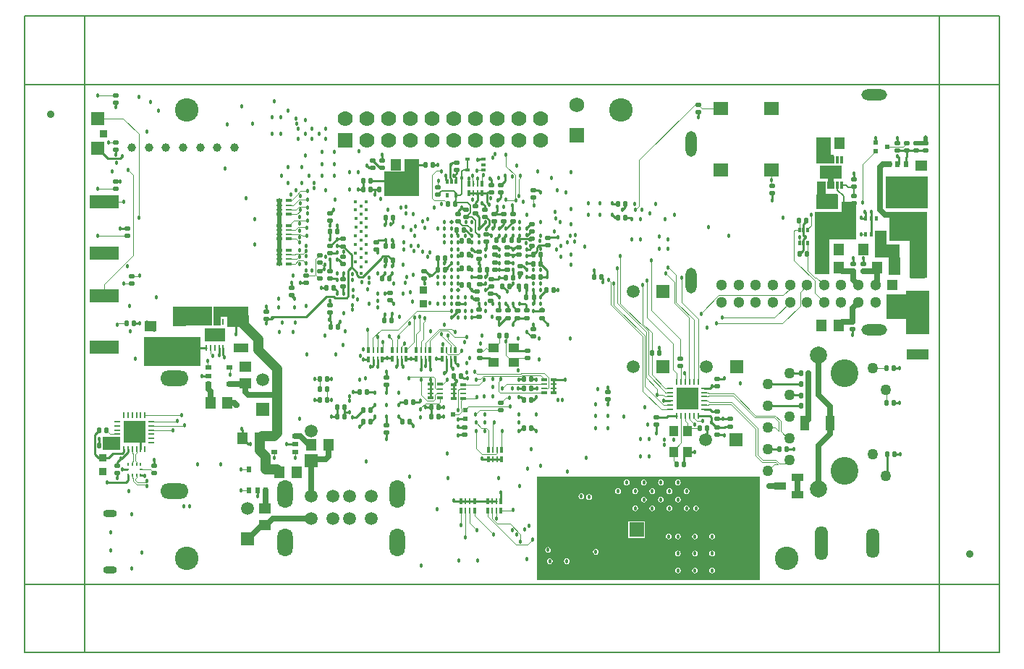
<source format=gbl>
G04 Layer_Physical_Order=8*
G04 Layer_Color=255*
%FSLAX25Y25*%
%MOIN*%
G70*
G01*
G75*
G04:AMPARAMS|DCode=10|XSize=18.7mil|YSize=25mil|CornerRadius=4.68mil|HoleSize=0mil|Usage=FLASHONLY|Rotation=90.000|XOffset=0mil|YOffset=0mil|HoleType=Round|Shape=RoundedRectangle|*
%AMROUNDEDRECTD10*
21,1,0.01870,0.01565,0,0,90.0*
21,1,0.00935,0.02500,0,0,90.0*
1,1,0.00935,0.00783,0.00468*
1,1,0.00935,0.00783,-0.00468*
1,1,0.00935,-0.00783,-0.00468*
1,1,0.00935,-0.00783,0.00468*
%
%ADD10ROUNDEDRECTD10*%
G04:AMPARAMS|DCode=11|XSize=18.7mil|YSize=25mil|CornerRadius=4.68mil|HoleSize=0mil|Usage=FLASHONLY|Rotation=0.000|XOffset=0mil|YOffset=0mil|HoleType=Round|Shape=RoundedRectangle|*
%AMROUNDEDRECTD11*
21,1,0.01870,0.01565,0,0,0.0*
21,1,0.00935,0.02500,0,0,0.0*
1,1,0.00935,0.00468,-0.00783*
1,1,0.00935,-0.00468,-0.00783*
1,1,0.00935,-0.00468,0.00783*
1,1,0.00935,0.00468,0.00783*
%
%ADD11ROUNDEDRECTD11*%
%ADD12R,0.02362X0.01654*%
%ADD13R,0.05906X0.05906*%
%ADD14R,0.03543X0.03543*%
%ADD15R,0.05315X0.05000*%
%ADD16R,0.03500X0.03500*%
%ADD26C,0.03500*%
%ADD33R,0.05000X0.05315*%
%ADD40R,0.01969X0.01969*%
%ADD41R,0.05906X0.05906*%
%ADD46R,0.02500X0.01500*%
%ADD47R,0.02500X0.01100*%
%ADD48R,0.01500X0.02500*%
%ADD49R,0.01100X0.02500*%
%ADD52C,0.01772*%
%ADD59R,0.01654X0.02362*%
%ADD63R,0.02165X0.03150*%
%ADD64R,0.03937X0.06890*%
%ADD65R,0.04331X0.05118*%
%ADD66C,0.00400*%
%ADD67C,0.01000*%
%ADD68C,0.02000*%
%ADD69C,0.02500*%
%ADD70C,0.04500*%
%ADD71C,0.00800*%
%ADD115C,0.00500*%
%ADD116C,0.03937*%
%ADD117C,0.10827*%
%ADD118O,0.05906X0.15748*%
%ADD119O,0.05906X0.13780*%
%ADD120O,0.05118X0.11811*%
%ADD121O,0.11811X0.05118*%
%ADD122C,0.05118*%
%ADD123R,0.05118X0.05118*%
%ADD124O,0.06299X0.03543*%
%ADD125O,0.12992X0.07087*%
%ADD126C,0.05000*%
%ADD127C,0.07874*%
%ADD128C,0.12795*%
%ADD129C,0.05906*%
%ADD130O,0.07087X0.12992*%
%ADD131C,0.06890*%
%ADD132R,0.06890X0.06890*%
%ADD133R,0.07000X0.07000*%
%ADD134C,0.07000*%
%ADD135R,0.06890X0.06890*%
%ADD136C,0.01800*%
%ADD165C,0.01969*%
%ADD166R,0.01368X0.01969*%
%ADD167R,0.07087X0.06299*%
%ADD168R,0.06890X0.09843*%
%ADD169R,0.10000X0.05000*%
%ADD170R,0.06890X0.03937*%
%ADD171R,0.05512X0.03543*%
%ADD172R,0.15748X0.05906*%
%ADD173R,0.13386X0.05906*%
%ADD174R,0.03150X0.02165*%
%ADD175R,0.02953X0.01102*%
%ADD176R,0.09843X0.09843*%
%ADD177R,0.01102X0.02953*%
%ADD178R,0.10236X0.06299*%
%ADD179R,0.01181X0.03347*%
%ADD180R,0.09449X0.06496*%
%ADD181R,0.01102X0.03150*%
%ADD182R,0.05118X0.04331*%
%ADD183R,0.00984X0.01772*%
%ADD184R,0.01772X0.00984*%
%ADD185C,0.00600*%
%ADD186R,0.08268X0.06299*%
%ADD187R,0.03150X0.04331*%
%ADD188R,0.07087X0.12205*%
%ADD189R,0.19685X0.14961*%
%ADD190R,0.07087X0.17323*%
%ADD191R,0.03150X0.06693*%
%ADD192R,0.09843X0.07087*%
%ADD193R,0.04331X0.12992*%
%ADD194R,0.06693X0.23622*%
%ADD195R,0.16535X0.12598*%
%ADD196R,0.12205X0.11417*%
%ADD197R,0.10836X0.20472*%
%ADD198R,0.17716X0.13780*%
%ADD199R,0.08268X0.24410*%
%ADD200R,0.05512X0.07874*%
%ADD201R,0.11811X0.06299*%
%ADD202R,0.05512X0.11417*%
%ADD203R,0.06693X0.06693*%
%ADD204R,0.16142X0.11417*%
%ADD205R,0.08268X0.11417*%
%ADD206R,0.09843X0.10039*%
%ADD207R,0.04331X0.05118*%
%ADD208R,0.04331X0.03937*%
%ADD209R,0.04331X0.04724*%
%ADD210R,0.12106X0.05118*%
%ADD211R,0.04724X0.04724*%
%ADD212R,0.03937X0.04724*%
%ADD213R,0.26378X0.13386*%
%ADD214R,0.17913X0.09055*%
%ADD215R,0.03347X0.09055*%
%ADD216R,0.13780X0.04724*%
%ADD217R,0.09843X0.05217*%
G36*
X114173Y49606D02*
X114173Y1969D01*
X11417Y1969D01*
X11417Y49606D01*
X114173Y49606D01*
D02*
G37*
%LPC*%
G36*
X50106Y18373D02*
Y17035D01*
X51444D01*
X51396Y17277D01*
X50976Y17905D01*
X50348Y18325D01*
X50106Y18373D01*
D02*
G37*
G36*
X44776D02*
X44534Y18325D01*
X43906Y17905D01*
X43486Y17277D01*
X43438Y17035D01*
X44776D01*
Y18373D01*
D02*
G37*
G36*
X76378Y23373D02*
X75871Y23272D01*
X75441Y22985D01*
X75153Y22555D01*
X75052Y22047D01*
X75153Y21540D01*
X75441Y21110D01*
X75871Y20823D01*
X76378Y20722D01*
X76885Y20823D01*
X77315Y21110D01*
X77602Y21540D01*
X77703Y22047D01*
X77602Y22555D01*
X77315Y22985D01*
X76885Y23272D01*
X76378Y23373D01*
D02*
G37*
G36*
X72146D02*
X71638Y23272D01*
X71208Y22985D01*
X70921Y22555D01*
X70820Y22047D01*
X70921Y21540D01*
X71208Y21110D01*
X71638Y20823D01*
X72146Y20722D01*
X72653Y20823D01*
X73083Y21110D01*
X73370Y21540D01*
X73471Y22047D01*
X73370Y22555D01*
X73083Y22985D01*
X72653Y23272D01*
X72146Y23373D01*
D02*
G37*
G36*
X49106Y18373D02*
X48865Y18325D01*
X48237Y17905D01*
X47817Y17277D01*
X47738Y16883D01*
X47696Y16670D01*
X47186D01*
X47144Y16883D01*
X47065Y17277D01*
X46645Y17905D01*
X46017Y18325D01*
X45776Y18373D01*
Y16535D01*
Y14698D01*
X45961Y14735D01*
X46128Y14532D01*
X46239Y14319D01*
X45848Y13734D01*
X45800Y13492D01*
X49475D01*
X49428Y13734D01*
X49127Y14184D01*
X49427Y14634D01*
X49606Y14598D01*
X50348Y14746D01*
X50976Y15166D01*
X51396Y15794D01*
X51444Y16035D01*
X49606D01*
Y16535D01*
X49106D01*
Y18373D01*
D02*
G37*
G36*
X44776Y16035D02*
X43438D01*
X43486Y15794D01*
X43906Y15166D01*
X44534Y14746D01*
X44776Y14698D01*
Y16035D01*
D02*
G37*
G36*
X16535Y17074D02*
X16028Y16973D01*
X15598Y16685D01*
X15311Y16255D01*
X15210Y15748D01*
X15311Y15241D01*
X15598Y14811D01*
X16028Y14524D01*
X16535Y14423D01*
X17043Y14524D01*
X17473Y14811D01*
X17760Y15241D01*
X17861Y15748D01*
X17760Y16255D01*
X17473Y16685D01*
X17043Y16973D01*
X16535Y17074D01*
D02*
G37*
G36*
X69004Y17192D02*
Y15854D01*
X70342D01*
X70294Y16096D01*
X69874Y16724D01*
X69245Y17144D01*
X69004Y17192D01*
D02*
G37*
G36*
X68004D02*
X67763Y17144D01*
X67134Y16724D01*
X66714Y16096D01*
X66666Y15854D01*
X68004D01*
Y17192D01*
D02*
G37*
G36*
X84252Y23373D02*
X83745Y23272D01*
X83315Y22985D01*
X83027Y22555D01*
X82926Y22047D01*
X83027Y21540D01*
X83315Y21110D01*
X83745Y20823D01*
X84252Y20722D01*
X84759Y20823D01*
X85189Y21110D01*
X85476Y21540D01*
X85577Y22047D01*
X85476Y22555D01*
X85189Y22985D01*
X84759Y23272D01*
X84252Y23373D01*
D02*
G37*
G36*
X42876Y29614D02*
X42216Y29527D01*
X41134Y29079D01*
X40206Y28367D01*
X39493Y27439D01*
X39046Y26357D01*
X38959Y25697D01*
X42876D01*
Y29614D01*
D02*
G37*
G36*
X33334Y25091D02*
X31996D01*
Y23753D01*
X32237Y23801D01*
X32866Y24221D01*
X33286Y24849D01*
X33334Y25091D01*
D02*
G37*
G36*
X30996Y27428D02*
X30755Y27380D01*
X30126Y26960D01*
X29706Y26332D01*
X29658Y26091D01*
X30996D01*
Y27428D01*
D02*
G37*
G36*
X43876Y29614D02*
Y25697D01*
X47793D01*
X47706Y26357D01*
X47259Y27439D01*
X46546Y28367D01*
X45618Y29079D01*
X44536Y29527D01*
X43876Y29614D01*
D02*
G37*
G36*
X30996Y25091D02*
X29658D01*
X29706Y24849D01*
X30126Y24221D01*
X30755Y23801D01*
X30996Y23753D01*
Y25091D01*
D02*
G37*
G36*
X47793Y24697D02*
X43876D01*
Y20779D01*
X44536Y20866D01*
X45618Y21314D01*
X46546Y22027D01*
X47259Y22955D01*
X47706Y24036D01*
X47793Y24697D01*
D02*
G37*
G36*
X92126Y23373D02*
X91619Y23272D01*
X91189Y22985D01*
X90901Y22555D01*
X90800Y22047D01*
X90901Y21540D01*
X91189Y21110D01*
X91619Y20823D01*
X92126Y20722D01*
X92633Y20823D01*
X93063Y21110D01*
X93350Y21540D01*
X93451Y22047D01*
X93350Y22555D01*
X93063Y22985D01*
X92633Y23272D01*
X92126Y23373D01*
D02*
G37*
G36*
X61256Y29042D02*
X53566D01*
Y21352D01*
X61256D01*
Y29042D01*
D02*
G37*
G36*
X42876Y24697D02*
X38959D01*
X39046Y24036D01*
X39493Y22955D01*
X40206Y22027D01*
X41134Y21314D01*
X42216Y20866D01*
X42876Y20779D01*
Y24697D01*
D02*
G37*
G36*
X31365Y9342D02*
X30028D01*
Y8005D01*
X30269Y8053D01*
X30897Y8473D01*
X31317Y9101D01*
X31365Y9342D01*
D02*
G37*
G36*
X29028D02*
X27690D01*
X27738Y9101D01*
X28158Y8473D01*
X28786Y8053D01*
X29028Y8005D01*
Y9342D01*
D02*
G37*
G36*
X25197Y11955D02*
X24690Y11855D01*
X24260Y11567D01*
X23972Y11137D01*
X23871Y10630D01*
X23972Y10123D01*
X24260Y9693D01*
X24690Y9405D01*
X25197Y9304D01*
X25704Y9405D01*
X26134Y9693D01*
X26421Y10123D01*
X26522Y10630D01*
X26421Y11137D01*
X26134Y11567D01*
X25704Y11855D01*
X25197Y11955D01*
D02*
G37*
G36*
X17323D02*
X16816Y11855D01*
X16386Y11567D01*
X16098Y11137D01*
X15997Y10630D01*
X16098Y10123D01*
X16386Y9693D01*
X16816Y9405D01*
X17323Y9304D01*
X17830Y9405D01*
X18260Y9693D01*
X18547Y10123D01*
X18648Y10630D01*
X18547Y11137D01*
X18260Y11567D01*
X17830Y11855D01*
X17323Y11955D01*
D02*
G37*
G36*
X51444Y8949D02*
X50106D01*
Y7611D01*
X50348Y7659D01*
X50976Y8079D01*
X51396Y8708D01*
X51444Y8949D01*
D02*
G37*
G36*
X84252Y7625D02*
X83745Y7524D01*
X83315Y7237D01*
X83027Y6806D01*
X82926Y6299D01*
X83027Y5792D01*
X83315Y5362D01*
X83745Y5075D01*
X84252Y4974D01*
X84759Y5075D01*
X85189Y5362D01*
X85476Y5792D01*
X85577Y6299D01*
X85476Y6806D01*
X85189Y7237D01*
X84759Y7524D01*
X84252Y7625D01*
D02*
G37*
G36*
X76378D02*
X75871Y7524D01*
X75441Y7237D01*
X75153Y6806D01*
X75052Y6299D01*
X75153Y5792D01*
X75441Y5362D01*
X75871Y5075D01*
X76378Y4974D01*
X76885Y5075D01*
X77315Y5362D01*
X77602Y5792D01*
X77703Y6299D01*
X77602Y6806D01*
X77315Y7237D01*
X76885Y7524D01*
X76378Y7625D01*
D02*
G37*
G36*
X44776Y8949D02*
X43438D01*
X43486Y8708D01*
X43906Y8079D01*
X44534Y7659D01*
X44776Y7611D01*
Y8949D01*
D02*
G37*
G36*
X92126Y7625D02*
X91619Y7524D01*
X91189Y7237D01*
X90901Y6806D01*
X90800Y6299D01*
X90901Y5792D01*
X91189Y5362D01*
X91619Y5075D01*
X92126Y4974D01*
X92633Y5075D01*
X93063Y5362D01*
X93350Y5792D01*
X93451Y6299D01*
X93350Y6806D01*
X93063Y7237D01*
X92633Y7524D01*
X92126Y7625D01*
D02*
G37*
G36*
X44776Y11287D02*
X44534Y11239D01*
X43906Y10819D01*
X43486Y10190D01*
X43438Y9949D01*
X44776D01*
Y11287D01*
D02*
G37*
G36*
X68004Y14854D02*
X66666D01*
X66714Y14613D01*
X67134Y13984D01*
X67763Y13565D01*
X68004Y13517D01*
Y14854D01*
D02*
G37*
G36*
X92126Y15499D02*
X91619Y15398D01*
X91189Y15111D01*
X90901Y14681D01*
X90800Y14173D01*
X90901Y13666D01*
X91189Y13236D01*
X91619Y12949D01*
X92126Y12848D01*
X92633Y12949D01*
X93063Y13236D01*
X93350Y13666D01*
X93451Y14173D01*
X93350Y14681D01*
X93063Y15111D01*
X92633Y15398D01*
X92126Y15499D01*
D02*
G37*
G36*
X38583Y16286D02*
X38075Y16185D01*
X37645Y15898D01*
X37358Y15468D01*
X37257Y14961D01*
X37358Y14453D01*
X37645Y14023D01*
X38075Y13736D01*
X38583Y13635D01*
X39090Y13736D01*
X39520Y14023D01*
X39807Y14453D01*
X39908Y14961D01*
X39807Y15468D01*
X39520Y15898D01*
X39090Y16185D01*
X38583Y16286D01*
D02*
G37*
G36*
X70342Y14854D02*
X69004D01*
Y13517D01*
X69245Y13565D01*
X69874Y13984D01*
X70294Y14613D01*
X70342Y14854D01*
D02*
G37*
G36*
X84252Y15499D02*
X83745Y15398D01*
X83315Y15111D01*
X83027Y14681D01*
X82926Y14173D01*
X83027Y13666D01*
X83315Y13236D01*
X83745Y12949D01*
X84252Y12848D01*
X84759Y12949D01*
X85189Y13236D01*
X85476Y13666D01*
X85577Y14173D01*
X85476Y14681D01*
X85189Y15111D01*
X84759Y15398D01*
X84252Y15499D01*
D02*
G37*
G36*
X30028Y11680D02*
Y10343D01*
X31365D01*
X31317Y10584D01*
X30897Y11212D01*
X30269Y11632D01*
X30028Y11680D01*
D02*
G37*
G36*
X29028D02*
X28786Y11632D01*
X28158Y11212D01*
X27738Y10584D01*
X27690Y10343D01*
X29028D01*
Y11680D01*
D02*
G37*
G36*
X76378Y15499D02*
X75871Y15398D01*
X75441Y15111D01*
X75153Y14681D01*
X75052Y14173D01*
X75153Y13666D01*
X75441Y13236D01*
X75871Y12949D01*
X76378Y12848D01*
X76885Y12949D01*
X77315Y13236D01*
X77602Y13666D01*
X77703Y14173D01*
X77602Y14681D01*
X77315Y15111D01*
X76885Y15398D01*
X76378Y15499D01*
D02*
G37*
G36*
X49475Y12492D02*
X45800D01*
X45848Y12251D01*
X46239Y11665D01*
X46128Y11453D01*
X45961Y11250D01*
X45776Y11287D01*
Y9449D01*
Y7611D01*
X46017Y7659D01*
X46645Y8079D01*
X47065Y8708D01*
X47144Y9101D01*
X47186Y9314D01*
X47696D01*
X47738Y9101D01*
X47817Y8708D01*
X48237Y8079D01*
X48865Y7659D01*
X49106Y7611D01*
Y9449D01*
X49606D01*
Y9949D01*
X51444D01*
X51396Y10190D01*
X50976Y10819D01*
X50348Y11239D01*
X49606Y11386D01*
X49427Y11350D01*
X49127Y11800D01*
X49428Y12251D01*
X49475Y12492D01*
D02*
G37*
G36*
X31996Y27428D02*
Y26091D01*
X33334D01*
X33286Y26332D01*
X32866Y26960D01*
X32237Y27380D01*
X31996Y27428D01*
D02*
G37*
G36*
X80315Y44239D02*
X79808Y44138D01*
X79378Y43851D01*
X79090Y43421D01*
X78989Y42913D01*
X79090Y42406D01*
X79378Y41976D01*
X79808Y41689D01*
X80315Y41588D01*
X80822Y41689D01*
X81252Y41976D01*
X81539Y42406D01*
X81640Y42913D01*
X81539Y43421D01*
X81252Y43851D01*
X80822Y44138D01*
X80315Y44239D01*
D02*
G37*
G36*
X72441D02*
X71934Y44138D01*
X71504Y43851D01*
X71216Y43421D01*
X71115Y42913D01*
X71216Y42406D01*
X71504Y41976D01*
X71934Y41689D01*
X72441Y41588D01*
X72948Y41689D01*
X73378Y41976D01*
X73665Y42406D01*
X73766Y42913D01*
X73665Y43421D01*
X73378Y43851D01*
X72948Y44138D01*
X72441Y44239D01*
D02*
G37*
G36*
X105381Y43201D02*
X104043D01*
Y41863D01*
X104285Y41911D01*
X104913Y42331D01*
X105333Y42959D01*
X105381Y43201D01*
D02*
G37*
G36*
X103043D02*
X101706D01*
X101753Y42959D01*
X102173Y42331D01*
X102802Y41911D01*
X103043Y41863D01*
Y43201D01*
D02*
G37*
G36*
X64567Y44239D02*
X64060Y44138D01*
X63630Y43851D01*
X63342Y43421D01*
X63241Y42913D01*
X63342Y42406D01*
X63630Y41976D01*
X64060Y41689D01*
X64567Y41588D01*
X65074Y41689D01*
X65504Y41976D01*
X65791Y42406D01*
X65892Y42913D01*
X65791Y43421D01*
X65504Y43851D01*
X65074Y44138D01*
X64567Y44239D01*
D02*
G37*
G36*
X31890Y41877D02*
X31382Y41776D01*
X30952Y41488D01*
X30665Y41058D01*
X30564Y40551D01*
X30665Y40044D01*
X30952Y39614D01*
X31382Y39327D01*
X31890Y39226D01*
X32397Y39327D01*
X32827Y39614D01*
X33114Y40044D01*
X33215Y40551D01*
X33114Y41058D01*
X32827Y41488D01*
X32397Y41776D01*
X31890Y41877D01*
D02*
G37*
G36*
X35433Y41483D02*
X34926Y41382D01*
X34496Y41095D01*
X34209Y40665D01*
X34108Y40157D01*
X34209Y39650D01*
X34496Y39220D01*
X34926Y38933D01*
X35433Y38832D01*
X35940Y38933D01*
X36370Y39220D01*
X36658Y39650D01*
X36759Y40157D01*
X36658Y40665D01*
X36370Y41095D01*
X35940Y41382D01*
X35433Y41483D01*
D02*
G37*
G36*
X56693Y44239D02*
X56186Y44138D01*
X55756Y43851D01*
X55468Y43421D01*
X55367Y42913D01*
X55468Y42406D01*
X55756Y41976D01*
X56186Y41689D01*
X56693Y41588D01*
X57200Y41689D01*
X57630Y41976D01*
X57917Y42406D01*
X58018Y42913D01*
X57917Y43421D01*
X57630Y43851D01*
X57200Y44138D01*
X56693Y44239D01*
D02*
G37*
G36*
X48819D02*
X48312Y44138D01*
X47882Y43851D01*
X47594Y43421D01*
X47493Y42913D01*
X47594Y42406D01*
X47882Y41976D01*
X48312Y41689D01*
X48819Y41588D01*
X49326Y41689D01*
X49756Y41976D01*
X50043Y42406D01*
X50144Y42913D01*
X50043Y43421D01*
X49756Y43851D01*
X49326Y44138D01*
X48819Y44239D01*
D02*
G37*
G36*
X110130Y43201D02*
X108792D01*
X108840Y42959D01*
X109260Y42331D01*
X109889Y41911D01*
X110130Y41863D01*
Y43201D01*
D02*
G37*
G36*
X60630Y48176D02*
X60123Y48075D01*
X59693Y47788D01*
X59405Y47358D01*
X59304Y46850D01*
X59405Y46343D01*
X59693Y45913D01*
X60123Y45626D01*
X60630Y45525D01*
X61137Y45626D01*
X61567Y45913D01*
X61854Y46343D01*
X61955Y46850D01*
X61854Y47358D01*
X61567Y47788D01*
X61137Y48075D01*
X60630Y48176D01*
D02*
G37*
G36*
X52756D02*
X52249Y48075D01*
X51819Y47788D01*
X51531Y47358D01*
X51430Y46850D01*
X51531Y46343D01*
X51819Y45913D01*
X52249Y45626D01*
X52756Y45525D01*
X53263Y45626D01*
X53693Y45913D01*
X53980Y46343D01*
X54081Y46850D01*
X53980Y47358D01*
X53693Y47788D01*
X53263Y48075D01*
X52756Y48176D01*
D02*
G37*
G36*
X76378D02*
X75871Y48075D01*
X75441Y47788D01*
X75153Y47358D01*
X75052Y46850D01*
X75153Y46343D01*
X75441Y45913D01*
X75871Y45626D01*
X76378Y45525D01*
X76885Y45626D01*
X77315Y45913D01*
X77602Y46343D01*
X77703Y46850D01*
X77602Y47358D01*
X77315Y47788D01*
X76885Y48075D01*
X76378Y48176D01*
D02*
G37*
G36*
X68504D02*
X67997Y48075D01*
X67567Y47788D01*
X67279Y47358D01*
X67178Y46850D01*
X67279Y46343D01*
X67567Y45913D01*
X67997Y45626D01*
X68504Y45525D01*
X69011Y45626D01*
X69441Y45913D01*
X69728Y46343D01*
X69829Y46850D01*
X69728Y47358D01*
X69441Y47788D01*
X69011Y48075D01*
X68504Y48176D01*
D02*
G37*
G36*
X111130Y45538D02*
Y44201D01*
X112468D01*
X112420Y44442D01*
X112000Y45071D01*
X111371Y45491D01*
X111130Y45538D01*
D02*
G37*
G36*
X103043D02*
X102802Y45491D01*
X102173Y45071D01*
X101753Y44442D01*
X101706Y44201D01*
X103043D01*
Y45538D01*
D02*
G37*
G36*
X112468Y43201D02*
X111130D01*
Y41863D01*
X111371Y41911D01*
X112000Y42331D01*
X112420Y42959D01*
X112468Y43201D01*
D02*
G37*
G36*
X110130Y45538D02*
X109889Y45491D01*
X109260Y45071D01*
X108840Y44442D01*
X108792Y44201D01*
X110130D01*
Y45538D01*
D02*
G37*
G36*
X104043D02*
Y44201D01*
X105381D01*
X105333Y44442D01*
X104913Y45071D01*
X104285Y45491D01*
X104043Y45538D01*
D02*
G37*
G36*
X76378Y40302D02*
X75871Y40201D01*
X75441Y39914D01*
X75153Y39484D01*
X75052Y38976D01*
X75153Y38469D01*
X75441Y38039D01*
X75871Y37752D01*
X76378Y37651D01*
X76885Y37752D01*
X77315Y38039D01*
X77602Y38469D01*
X77703Y38976D01*
X77602Y39484D01*
X77315Y39914D01*
X76885Y40201D01*
X76378Y40302D01*
D02*
G37*
G36*
X64567Y36365D02*
X64060Y36264D01*
X63630Y35977D01*
X63342Y35547D01*
X63241Y35039D01*
X63342Y34532D01*
X63630Y34102D01*
X64060Y33815D01*
X64567Y33714D01*
X65074Y33815D01*
X65504Y34102D01*
X65791Y34532D01*
X65892Y35039D01*
X65791Y35547D01*
X65504Y35977D01*
X65074Y36264D01*
X64567Y36365D01*
D02*
G37*
G36*
X56693D02*
X56186Y36264D01*
X55756Y35977D01*
X55468Y35547D01*
X55367Y35039D01*
X55468Y34532D01*
X55756Y34102D01*
X56186Y33815D01*
X56693Y33714D01*
X57200Y33815D01*
X57630Y34102D01*
X57917Y34532D01*
X58018Y35039D01*
X57917Y35547D01*
X57630Y35977D01*
X57200Y36264D01*
X56693Y36365D01*
D02*
G37*
G36*
X80315D02*
X79808Y36264D01*
X79378Y35977D01*
X79090Y35547D01*
X78989Y35039D01*
X79090Y34532D01*
X79378Y34102D01*
X79808Y33815D01*
X80315Y33714D01*
X80822Y33815D01*
X81252Y34102D01*
X81539Y34532D01*
X81640Y35039D01*
X81539Y35547D01*
X81252Y35977D01*
X80822Y36264D01*
X80315Y36365D01*
D02*
G37*
G36*
X72441D02*
X71934Y36264D01*
X71504Y35977D01*
X71216Y35547D01*
X71115Y35039D01*
X71216Y34532D01*
X71504Y34102D01*
X71934Y33815D01*
X72441Y33714D01*
X72948Y33815D01*
X73378Y34102D01*
X73665Y34532D01*
X73766Y35039D01*
X73665Y35547D01*
X73378Y35977D01*
X72948Y36264D01*
X72441Y36365D01*
D02*
G37*
G36*
X84645Y36365D02*
X84138Y36264D01*
X83708Y35976D01*
X83421Y35546D01*
X83320Y35039D01*
X83421Y34532D01*
X83708Y34102D01*
X84138Y33815D01*
X84645Y33714D01*
X85153Y33815D01*
X85583Y34102D01*
X85870Y34532D01*
X85971Y35039D01*
X85870Y35546D01*
X85583Y35976D01*
X85153Y36264D01*
X84645Y36365D01*
D02*
G37*
G36*
X99476Y29421D02*
X98138D01*
Y28084D01*
X98379Y28131D01*
X99008Y28551D01*
X99427Y29180D01*
X99476Y29421D01*
D02*
G37*
G36*
X97138D02*
X95800D01*
X95848Y29180D01*
X96268Y28551D01*
X96896Y28131D01*
X97138Y28084D01*
Y29421D01*
D02*
G37*
G36*
X98138Y31759D02*
Y30421D01*
X99476D01*
X99427Y30663D01*
X99008Y31291D01*
X98379Y31711D01*
X98138Y31759D01*
D02*
G37*
G36*
X97138D02*
X96896Y31711D01*
X96268Y31291D01*
X95848Y30663D01*
X95800Y30421D01*
X97138D01*
Y31759D01*
D02*
G37*
G36*
X36902Y35721D02*
X35564D01*
X35612Y35479D01*
X36032Y34851D01*
X36660Y34431D01*
X36902Y34383D01*
Y35721D01*
D02*
G37*
G36*
X43413Y38452D02*
Y37114D01*
X44751D01*
X44703Y37356D01*
X44283Y37984D01*
X43655Y38404D01*
X43413Y38452D01*
D02*
G37*
G36*
X42413D02*
X42172Y38404D01*
X41544Y37984D01*
X41124Y37356D01*
X41076Y37114D01*
X42413D01*
Y38452D01*
D02*
G37*
G36*
X68504Y40302D02*
X67997Y40201D01*
X67567Y39914D01*
X67279Y39484D01*
X67178Y38976D01*
X67279Y38469D01*
X67567Y38039D01*
X67997Y37752D01*
X68504Y37651D01*
X69011Y37752D01*
X69441Y38039D01*
X69728Y38469D01*
X69829Y38976D01*
X69728Y39484D01*
X69441Y39914D01*
X69011Y40201D01*
X68504Y40302D01*
D02*
G37*
G36*
X60630D02*
X60123Y40201D01*
X59693Y39914D01*
X59405Y39484D01*
X59304Y38976D01*
X59405Y38469D01*
X59693Y38039D01*
X60123Y37752D01*
X60630Y37651D01*
X61137Y37752D01*
X61567Y38039D01*
X61854Y38469D01*
X61955Y38976D01*
X61854Y39484D01*
X61567Y39914D01*
X61137Y40201D01*
X60630Y40302D01*
D02*
G37*
G36*
X37902Y38058D02*
Y36720D01*
X39239D01*
X39191Y36962D01*
X38771Y37590D01*
X38143Y38010D01*
X37902Y38058D01*
D02*
G37*
G36*
X42413Y36114D02*
X41076D01*
X41124Y35873D01*
X41544Y35244D01*
X42172Y34824D01*
X42413Y34776D01*
Y36114D01*
D02*
G37*
G36*
X39239Y35721D02*
X37902D01*
Y34383D01*
X38143Y34431D01*
X38771Y34851D01*
X39191Y35479D01*
X39239Y35721D01*
D02*
G37*
G36*
X36902Y38058D02*
X36660Y38010D01*
X36032Y37590D01*
X35612Y36962D01*
X35564Y36720D01*
X36902D01*
Y38058D01*
D02*
G37*
G36*
X44751Y36114D02*
X43413D01*
Y34776D01*
X43655Y34824D01*
X44283Y35244D01*
X44703Y35873D01*
X44751Y36114D01*
D02*
G37*
%LPD*%
D10*
X-5118Y83563D02*
D03*
Y80216D02*
D03*
X9843Y114075D02*
D03*
Y117421D02*
D03*
X119685Y183563D02*
D03*
Y180217D02*
D03*
X9843Y181595D02*
D03*
Y178248D02*
D03*
X-101575Y133366D02*
D03*
Y136713D02*
D03*
X-83858Y140847D02*
D03*
Y144193D02*
D03*
X-14961Y107579D02*
D03*
Y104232D02*
D03*
X-113386Y122343D02*
D03*
Y125689D02*
D03*
X-56299Y131004D02*
D03*
Y134350D02*
D03*
X-83858Y128445D02*
D03*
Y125098D02*
D03*
X100394Y72736D02*
D03*
Y76083D02*
D03*
X94488Y72146D02*
D03*
Y68799D02*
D03*
X-15280Y126476D02*
D03*
Y123130D02*
D03*
X-22047Y72146D02*
D03*
Y68799D02*
D03*
X-15354Y153248D02*
D03*
Y149902D02*
D03*
X-24803Y129232D02*
D03*
Y125886D02*
D03*
X-14961Y141437D02*
D03*
Y138091D02*
D03*
X-40551Y140847D02*
D03*
Y144193D02*
D03*
X-11811Y161122D02*
D03*
Y157776D02*
D03*
X-62598Y154232D02*
D03*
Y157579D02*
D03*
X-77953Y140650D02*
D03*
Y137303D02*
D03*
X-12598Y169193D02*
D03*
Y172539D02*
D03*
X-16929Y170866D02*
D03*
Y174213D02*
D03*
X-16142Y131398D02*
D03*
Y134744D02*
D03*
X-25591Y190847D02*
D03*
Y194193D02*
D03*
X-21260Y169193D02*
D03*
Y172539D02*
D03*
X-24803Y167224D02*
D03*
Y170571D02*
D03*
X-59842Y192028D02*
D03*
Y195374D02*
D03*
X-83858Y167618D02*
D03*
Y170965D02*
D03*
X-57874Y69980D02*
D03*
Y73327D02*
D03*
X-88583Y148327D02*
D03*
Y151673D02*
D03*
Y144193D02*
D03*
Y140847D02*
D03*
X94488Y76279D02*
D03*
Y79626D02*
D03*
X-175197Y141831D02*
D03*
Y138484D02*
D03*
X-34252Y179429D02*
D03*
Y182776D02*
D03*
X-64173Y192028D02*
D03*
Y195374D02*
D03*
X-182677Y200295D02*
D03*
Y203642D02*
D03*
Y185531D02*
D03*
Y182185D02*
D03*
X-177165Y163878D02*
D03*
Y160531D02*
D03*
X-182677Y221949D02*
D03*
Y225295D02*
D03*
X-164961Y54429D02*
D03*
Y51083D02*
D03*
X-57874Y95374D02*
D03*
Y92028D02*
D03*
X177559Y199902D02*
D03*
Y203248D02*
D03*
X181890Y199902D02*
D03*
Y203248D02*
D03*
X190551Y199902D02*
D03*
Y203248D02*
D03*
X77559Y100689D02*
D03*
Y104035D02*
D03*
X157480Y183366D02*
D03*
Y186713D02*
D03*
Y178839D02*
D03*
Y175492D02*
D03*
X-9449Y183957D02*
D03*
Y180610D02*
D03*
X-5118Y183957D02*
D03*
Y180610D02*
D03*
X13780Y126083D02*
D03*
Y122736D02*
D03*
X85827Y220965D02*
D03*
Y217618D02*
D03*
X186221Y199902D02*
D03*
Y203248D02*
D03*
X6693Y126083D02*
D03*
Y122736D02*
D03*
X3937Y143209D02*
D03*
Y146555D02*
D03*
X-9843Y130610D02*
D03*
Y133957D02*
D03*
X-1969Y126083D02*
D03*
Y122736D02*
D03*
X-8268Y167224D02*
D03*
Y170571D02*
D03*
X394Y167224D02*
D03*
Y170571D02*
D03*
X9055Y162500D02*
D03*
Y165847D02*
D03*
X-3937Y167224D02*
D03*
Y170571D02*
D03*
X44094Y85335D02*
D03*
Y88681D02*
D03*
X9055Y155807D02*
D03*
Y159153D02*
D03*
X-9449Y137303D02*
D03*
Y140650D02*
D03*
X-7874Y148130D02*
D03*
Y144783D02*
D03*
X-6299Y126083D02*
D03*
Y122736D02*
D03*
X2362Y126083D02*
D03*
Y122736D02*
D03*
X3150Y155217D02*
D03*
Y151870D02*
D03*
X-7874Y155217D02*
D03*
Y151870D02*
D03*
X-2362Y155217D02*
D03*
Y151870D02*
D03*
Y148130D02*
D03*
Y144783D02*
D03*
X94488Y91240D02*
D03*
Y94587D02*
D03*
X156693Y120965D02*
D03*
Y117618D02*
D03*
X161811Y144390D02*
D03*
Y147736D02*
D03*
X157087Y144390D02*
D03*
Y147736D02*
D03*
X7087Y104232D02*
D03*
Y107579D02*
D03*
X-181890Y54429D02*
D03*
Y51083D02*
D03*
X-77953Y155732D02*
D03*
Y159079D02*
D03*
X-94882Y142224D02*
D03*
Y138878D02*
D03*
X-83858Y152570D02*
D03*
Y155917D02*
D03*
X66535Y76870D02*
D03*
Y73524D02*
D03*
X16535Y159439D02*
D03*
Y156093D02*
D03*
X-77953Y147638D02*
D03*
Y150984D02*
D03*
D11*
X175689Y99606D02*
D03*
X172343D02*
D03*
X-186909Y63779D02*
D03*
X-190256D02*
D03*
X-3839Y158661D02*
D03*
X-7185D02*
D03*
X8760Y90158D02*
D03*
X5413D02*
D03*
X135925Y152362D02*
D03*
X132579D02*
D03*
X132185Y167717D02*
D03*
X135531D02*
D03*
X-26870Y96063D02*
D03*
X-23524D02*
D03*
X-190256Y70866D02*
D03*
X-186909D02*
D03*
X-37106Y81496D02*
D03*
X-33760D02*
D03*
X-37106Y77165D02*
D03*
X-33760D02*
D03*
X-177657Y120079D02*
D03*
X-174311D02*
D03*
X-56595Y140945D02*
D03*
X-59941D02*
D03*
X-58366Y168898D02*
D03*
X-55020D02*
D03*
Y149213D02*
D03*
X-58366D02*
D03*
X-23327Y158268D02*
D03*
X-19980D02*
D03*
X-23327Y151969D02*
D03*
X-19980D02*
D03*
X-23327Y145669D02*
D03*
X-19980D02*
D03*
X-23327Y137795D02*
D03*
X-19980D02*
D03*
X-80216Y118504D02*
D03*
X-83563D02*
D03*
X-55020Y155905D02*
D03*
X-58366D02*
D03*
X-58760Y121546D02*
D03*
X-55413D02*
D03*
X-31004Y144882D02*
D03*
X-34350D02*
D03*
X75886Y55216D02*
D03*
X79232D02*
D03*
X86516Y72047D02*
D03*
X89862D02*
D03*
X123130Y62205D02*
D03*
X126476D02*
D03*
X8760Y85039D02*
D03*
X5413D02*
D03*
X9744Y141732D02*
D03*
X13091D02*
D03*
X8760Y94488D02*
D03*
X5413D02*
D03*
X9941Y132283D02*
D03*
X6594D02*
D03*
X8760Y72047D02*
D03*
X5413D02*
D03*
X492Y141339D02*
D03*
X-2854D02*
D03*
X-11713Y144882D02*
D03*
X-15059D02*
D03*
X9744Y147638D02*
D03*
X13091D02*
D03*
X-98Y158661D02*
D03*
X3248D02*
D03*
X41043Y141732D02*
D03*
X37697D02*
D03*
X-65256Y185827D02*
D03*
X-68602D02*
D03*
X3051Y137402D02*
D03*
X6398D02*
D03*
X-4429D02*
D03*
X-1083D02*
D03*
X-39862Y193307D02*
D03*
X-36516D02*
D03*
X-22343Y163386D02*
D03*
X-25689D02*
D03*
X15650Y135433D02*
D03*
X18996D02*
D03*
X-83957Y162598D02*
D03*
X-80610D02*
D03*
X-82185Y136614D02*
D03*
X-85532D02*
D03*
X9744Y151969D02*
D03*
X13091D02*
D03*
X-85335Y85039D02*
D03*
X-88681D02*
D03*
Y94488D02*
D03*
X-85335D02*
D03*
X48720Y168898D02*
D03*
X52067D02*
D03*
X-77067Y77165D02*
D03*
X-80413D02*
D03*
X-77067Y81496D02*
D03*
X-80413D02*
D03*
X-47146Y74803D02*
D03*
X-50492D02*
D03*
X-45571Y83858D02*
D03*
X-48917D02*
D03*
X-68602Y74803D02*
D03*
X-65256D02*
D03*
X64468Y106693D02*
D03*
X67815D02*
D03*
X-34350Y150394D02*
D03*
X-31004D02*
D03*
X132972Y97244D02*
D03*
X136319D02*
D03*
X-85335Y89764D02*
D03*
X-88681D02*
D03*
X-26280Y175197D02*
D03*
X-29626D02*
D03*
X172736Y59842D02*
D03*
X176083D02*
D03*
X175689Y83465D02*
D03*
X172343D02*
D03*
X132972Y92126D02*
D03*
X136319D02*
D03*
X52067Y175197D02*
D03*
X48720D02*
D03*
X-6004Y114567D02*
D03*
X-2657D02*
D03*
X132972Y87008D02*
D03*
X136319D02*
D03*
X-61122Y181777D02*
D03*
X-57776D02*
D03*
X-65256Y181890D02*
D03*
X-68602D02*
D03*
X132972Y82284D02*
D03*
X136319D02*
D03*
X-65256Y80315D02*
D03*
X-68602D02*
D03*
X-70177Y88583D02*
D03*
X-66831D02*
D03*
D12*
X-20669Y195866D02*
D03*
Y190748D02*
D03*
X-13189D02*
D03*
Y193307D02*
D03*
X-13189Y195866D02*
D03*
D13*
X-190847Y214567D02*
D03*
X-190945Y200787D02*
D03*
X102953Y66535D02*
D03*
X69488Y135039D02*
D03*
Y100394D02*
D03*
X103347D02*
D03*
D14*
X-188386Y207677D02*
D03*
D15*
X188583Y185039D02*
D03*
Y192913D02*
D03*
X-122835Y92520D02*
D03*
Y100394D02*
D03*
X-166535Y111024D02*
D03*
Y118898D02*
D03*
X-113779Y35039D02*
D03*
Y27165D02*
D03*
D16*
X-40945Y135495D02*
D03*
Y129196D02*
D03*
X-188583Y58268D02*
D03*
Y51968D02*
D03*
D26*
X210630Y13779D02*
D03*
X-212598Y216535D02*
D03*
D33*
X169685Y154331D02*
D03*
X161811D02*
D03*
X142520D02*
D03*
X150394D02*
D03*
X-116266Y67120D02*
D03*
X-124140D02*
D03*
X-107087Y51575D02*
D03*
X-99213D02*
D03*
X-45669Y193307D02*
D03*
X-53543D02*
D03*
X-92520Y64173D02*
D03*
X-84646D02*
D03*
X-138976Y83465D02*
D03*
X-131102D02*
D03*
X175984Y146063D02*
D03*
X168110D02*
D03*
X142520Y119291D02*
D03*
X150394D02*
D03*
X142520Y146063D02*
D03*
X150394D02*
D03*
X142913Y203150D02*
D03*
X150787D02*
D03*
D40*
X-21654Y80315D02*
D03*
Y76378D02*
D03*
X-27165Y78347D02*
D03*
X167323Y199606D02*
D03*
Y203543D02*
D03*
X172835Y201575D02*
D03*
D41*
X146850Y176772D02*
D03*
Y162598D02*
D03*
X-153150Y107874D02*
D03*
Y122047D02*
D03*
X-122047Y21063D02*
D03*
X-92520Y56890D02*
D03*
X-114961Y80512D02*
D03*
D46*
X19094Y88189D02*
D03*
Y94390D02*
D03*
X14764D02*
D03*
Y88189D02*
D03*
X-26772Y91929D02*
D03*
Y85728D02*
D03*
X-22441D02*
D03*
Y91929D02*
D03*
X-102953Y165354D02*
D03*
Y159153D02*
D03*
X-107283D02*
D03*
Y165354D02*
D03*
X-102953Y153937D02*
D03*
Y147736D02*
D03*
X-107283D02*
D03*
Y153937D02*
D03*
X-102953Y176772D02*
D03*
Y170571D02*
D03*
X-107283D02*
D03*
Y176772D02*
D03*
X-33268Y92126D02*
D03*
Y85925D02*
D03*
X-37598D02*
D03*
Y92126D02*
D03*
D47*
X19094Y90354D02*
D03*
Y92323D02*
D03*
X14764D02*
D03*
Y90354D02*
D03*
X-26772Y89764D02*
D03*
Y87795D02*
D03*
X-22441D02*
D03*
Y89764D02*
D03*
X-102953Y163189D02*
D03*
Y161221D02*
D03*
X-107283D02*
D03*
Y163189D02*
D03*
X-102953Y151772D02*
D03*
Y149803D02*
D03*
X-107283D02*
D03*
Y151772D02*
D03*
X-102953Y174606D02*
D03*
Y172638D02*
D03*
X-107283D02*
D03*
Y174606D02*
D03*
X-33268Y89961D02*
D03*
Y87992D02*
D03*
X-37598D02*
D03*
Y89961D02*
D03*
D48*
X-11024Y57677D02*
D03*
X-4823D02*
D03*
Y62008D02*
D03*
X-11024D02*
D03*
X-55118Y108071D02*
D03*
X-48917D02*
D03*
Y103740D02*
D03*
X-55118D02*
D03*
X-13780Y180118D02*
D03*
X-19980D02*
D03*
Y184449D02*
D03*
X-13780D02*
D03*
X-44094Y108071D02*
D03*
X-37894D02*
D03*
Y103740D02*
D03*
X-44094D02*
D03*
X-66142Y107996D02*
D03*
X-59941D02*
D03*
Y103665D02*
D03*
X-66142D02*
D03*
X-32283Y108071D02*
D03*
X-26083D02*
D03*
Y103740D02*
D03*
X-32283D02*
D03*
X-17323Y34055D02*
D03*
X-23524D02*
D03*
Y38386D02*
D03*
X-17323D02*
D03*
X-5118Y34055D02*
D03*
X-11319D02*
D03*
Y38386D02*
D03*
X-5118D02*
D03*
D49*
X-8858Y57677D02*
D03*
X-6890D02*
D03*
Y62008D02*
D03*
X-8858D02*
D03*
X-52953Y108071D02*
D03*
X-50984D02*
D03*
Y103740D02*
D03*
X-52953D02*
D03*
X-15945Y180118D02*
D03*
X-17913D02*
D03*
Y184449D02*
D03*
X-15945D02*
D03*
X-41929Y108071D02*
D03*
X-39961D02*
D03*
Y103740D02*
D03*
X-41929D02*
D03*
X-63976Y107996D02*
D03*
X-62008D02*
D03*
Y103665D02*
D03*
X-63976D02*
D03*
X-30118Y108071D02*
D03*
X-28150D02*
D03*
Y103740D02*
D03*
X-30118D02*
D03*
X-19488Y34055D02*
D03*
X-21457D02*
D03*
Y38386D02*
D03*
X-19488D02*
D03*
X-7283Y34055D02*
D03*
X-9252D02*
D03*
Y38386D02*
D03*
X-7283D02*
D03*
D52*
X-72146Y176279D02*
D03*
X-67224D02*
D03*
X-69685Y174311D02*
D03*
Y170472D02*
D03*
X-67224Y172441D02*
D03*
X-72146D02*
D03*
X-72047Y168504D02*
D03*
X-67224Y168504D02*
D03*
X-69685Y166535D02*
D03*
X-72047Y164567D02*
D03*
X-67224Y164567D02*
D03*
X-69685Y162500D02*
D03*
X-72146Y160531D02*
D03*
X-67224D02*
D03*
X-69685Y158563D02*
D03*
X-72146Y156595D02*
D03*
X-67224D02*
D03*
X-69685Y154626D02*
D03*
X-72146Y152657D02*
D03*
X-67224D02*
D03*
X-69685Y150689D02*
D03*
X-72146Y148721D02*
D03*
X-67224D02*
D03*
X-69685Y146260D02*
D03*
Y143307D02*
D03*
D59*
X167913Y168701D02*
D03*
X165354D02*
D03*
X162795D02*
D03*
Y161221D02*
D03*
X165354D02*
D03*
X167913Y161221D02*
D03*
D63*
X-117323Y43307D02*
D03*
X-113583D02*
D03*
X-121063D02*
D03*
Y52756D02*
D03*
X-113583D02*
D03*
X177559Y193701D02*
D03*
X173819D02*
D03*
X181299D02*
D03*
Y184252D02*
D03*
X173819D02*
D03*
D64*
X146457Y74144D02*
D03*
X134646D02*
D03*
D65*
X74311Y70472D02*
D03*
Y61024D02*
D03*
X80807D02*
D03*
Y70472D02*
D03*
D66*
X-16929Y78347D02*
X-15059Y80216D01*
X-5118D01*
X-2854Y85827D02*
X-1181D01*
X-5118Y83563D02*
X-2854Y85827D01*
X-90433Y142696D02*
Y149823D01*
X-88583Y151673D01*
X-94882Y142224D02*
X-90905D01*
X-90433Y142696D01*
X-88583Y140847D01*
X172244Y89705D02*
X172343Y89606D01*
Y83465D02*
Y89606D01*
X166260Y99705D02*
X166358Y99606D01*
X172343D01*
X-2756Y192673D02*
X1500Y188417D01*
X-2756Y192673D02*
Y198031D01*
X1500Y177152D02*
Y188417D01*
Y177152D02*
X1727Y176924D01*
X-11028Y107874D02*
X-7480D01*
X-11914Y108760D02*
X-11028Y107874D01*
X-7480D02*
Y107874D01*
X-8366Y108760D02*
X-7480Y107874D01*
X79528Y97244D02*
X79724Y97047D01*
Y93405D02*
Y97047D01*
X77756Y93405D02*
Y100492D01*
X74213Y98819D02*
X75787Y97244D01*
Y93405D02*
Y97244D01*
X74213Y98819D02*
Y110827D01*
X62217Y122822D02*
X74213Y110827D01*
X-20079Y81890D02*
X-787D01*
X-21654Y80315D02*
X-20079Y81890D01*
X-24650Y78347D02*
X-23303Y79694D01*
X-27165Y78347D02*
X-24650D01*
X-23303Y79694D02*
Y80936D01*
X-23622Y81255D02*
X-23303Y80936D01*
X-23622Y81255D02*
Y84547D01*
X-22441Y85728D01*
X-185138Y69095D02*
X-181890D01*
X-186909Y70866D02*
X-185138Y69095D01*
X74803Y129577D02*
Y139370D01*
X70866Y143307D02*
X74803Y139370D01*
X75603Y129909D02*
Y142507D01*
Y129909D02*
X83661Y121850D01*
X72047Y146063D02*
X75603Y142507D01*
X71653Y146063D02*
X72047D01*
X-5512Y88189D02*
X14764D01*
X-6299Y88976D02*
X-5512Y88189D01*
X-6299Y88976D02*
Y93307D01*
X-5118Y94488D01*
X-6890Y60433D02*
Y62008D01*
X-7480Y59842D02*
X-6890Y60433D01*
X-13780Y59842D02*
X-7480D01*
X-16535Y62598D02*
X-13780Y59842D01*
X-16535Y62598D02*
Y70472D01*
Y74410D02*
X-14098Y71972D01*
X-11977D01*
X-11024Y71019D01*
Y62008D02*
Y71019D01*
X-8858Y73819D02*
X-8268Y74410D01*
X-8858Y62008D02*
Y73819D01*
X-4823Y70374D02*
X-4724Y70472D01*
X-4823Y62008D02*
Y70374D01*
X-4724Y90158D02*
X-2559Y92323D01*
X14764D01*
X-16535Y94095D02*
X-16142Y94488D01*
X-14720D01*
X-13145Y96063D01*
X4228D01*
X-22441Y91929D02*
X-15157D01*
X-12992Y94095D01*
X4228Y96063D02*
X4504Y96338D01*
X13111D01*
X14764Y94685D01*
X3959Y96925D02*
X4172Y97138D01*
X-16217Y96925D02*
X3959D01*
X-17323Y98031D02*
X-16217Y96925D01*
X14864Y97138D02*
X16614Y95388D01*
X4172Y97138D02*
X14864D01*
X14764Y94390D02*
Y94685D01*
X16339Y90354D02*
X16614Y90630D01*
Y95388D01*
X14764Y90354D02*
X16339D01*
X-18110Y185039D02*
X-17717Y184646D01*
X119291Y186221D02*
Y190945D01*
Y183957D02*
Y186221D01*
X58563Y174311D02*
Y195571D01*
X56693Y172441D02*
X58563Y174311D01*
Y195571D02*
X83957Y220965D01*
X85827D01*
X132185Y167717D02*
X132283Y167618D01*
Y163386D02*
Y167618D01*
X137795Y165354D02*
Y170374D01*
X136221Y163779D02*
X137795Y165354D01*
X136221Y163386D02*
Y163779D01*
X132283Y159843D02*
X132283Y159843D01*
Y157087D02*
Y159843D01*
X136221Y144488D02*
Y157087D01*
Y144488D02*
X139370Y141339D01*
X140157D01*
X143701Y137795D01*
X143701Y129921D02*
X143701D01*
X139370Y134252D02*
X143701Y129921D01*
X139370Y134252D02*
Y139764D01*
X129921Y149213D02*
X139370Y139764D01*
X129921Y149213D02*
Y162992D01*
X130315Y163386D01*
X132283D01*
X119291Y183957D02*
X119685Y183563D01*
X9843Y174803D02*
X10236Y174409D01*
X9843Y174803D02*
Y178248D01*
X-9138Y30245D02*
Y34055D01*
X-42520Y116929D02*
Y123228D01*
X-66535Y108390D02*
Y117323D01*
Y108390D02*
X-66142Y107996D01*
X-5118Y34055D02*
X197D01*
X394Y34252D01*
X-24803Y80315D02*
Y89370D01*
X-24409Y89764D01*
X-22441D01*
X-16240Y85728D02*
X-16142Y85827D01*
X-22441Y85728D02*
X-16240D01*
X-16142Y85827D02*
Y86221D01*
X-2756Y177165D02*
X-2515Y176924D01*
X1727D01*
X-88383Y144485D02*
X-87008Y145860D01*
X3150Y178740D02*
Y186614D01*
X3937Y187402D01*
Y188189D01*
X-13780Y184449D02*
Y188157D01*
X-13316Y188621D01*
X-18214Y185340D02*
Y188381D01*
Y185340D02*
X-18012Y185138D01*
X-175689Y138583D02*
X-175492Y138779D01*
X-35039Y190551D02*
X-32677D01*
X-190846Y160531D02*
X-177165D01*
X-176772Y190945D02*
X-174409Y188583D01*
Y151575D02*
Y188583D01*
X-187795Y138189D02*
X-174409Y151575D01*
X-40015Y83366D02*
X-33957D01*
X-42126Y81255D02*
X-40015Y83366D01*
X-42126Y80709D02*
Y81255D01*
X-33268Y84055D02*
Y85925D01*
X-33957Y83366D02*
X-33268Y84055D01*
X-179134Y214567D02*
X-172047Y207480D01*
Y168898D02*
Y207480D01*
X64468Y106693D02*
Y115747D01*
Y96410D02*
Y106693D01*
X85827Y220965D02*
X87500Y219291D01*
X96063D01*
X-172435Y46850D02*
X-168810D01*
X-173616Y48031D02*
X-172435Y46850D01*
X-173616Y48031D02*
Y48625D01*
X-173031Y49209D01*
Y50295D01*
X-178740Y138583D02*
X-175689D01*
X-187795Y176181D02*
X-187598Y176378D01*
X-178740D01*
X-190650Y225295D02*
X-182677D01*
X-190748Y225394D02*
X-190650Y225295D01*
X-182776Y182087D02*
X-182677Y182185D01*
X-190748Y182087D02*
X-182776D01*
X-190945Y160433D02*
X-190846Y160531D01*
X-171949Y141831D02*
X-171653Y142126D01*
X-175197Y141831D02*
X-171949D01*
X-175492Y138779D02*
X-175197Y138484D01*
X-31890Y108465D02*
Y110630D01*
X161417Y193701D02*
X167323Y199606D01*
X161417Y175984D02*
Y193701D01*
X180217Y201575D02*
X181890Y203248D01*
X172835Y201575D02*
X180217D01*
X160630Y161221D02*
X162795D01*
X-166634Y52756D02*
X-164961Y51083D01*
X-170768Y52756D02*
X-166634D01*
X-16142Y190551D02*
X-15945Y190748D01*
X-13189D01*
X-18110Y185039D02*
X-18012Y185138D01*
X-15945Y184449D02*
Y187008D01*
X-19980Y184449D02*
Y187008D01*
X-32677Y190157D02*
Y190551D01*
X-37008Y188583D02*
X-35039Y190551D01*
X-37008Y177953D02*
Y188583D01*
Y177953D02*
X-35827Y176772D01*
X-31201D01*
X-29626Y175197D01*
X-34252Y182776D02*
Y185433D01*
X-33858Y185827D01*
X74803Y129577D02*
X81471Y122910D01*
Y93628D02*
Y122910D01*
X-23622Y27165D02*
X-23524Y27264D01*
Y34055D01*
X-21457Y21698D02*
X-21413Y21654D01*
X-21457Y21698D02*
Y34055D01*
X-19488Y28150D02*
X-16142Y24803D01*
X-19488Y28150D02*
Y34055D01*
X-17323Y31496D02*
X-8661Y22835D01*
X-17323Y31496D02*
Y34055D01*
X7161Y18185D02*
X9449Y20472D01*
X1791Y18185D02*
X7161D01*
X-11319Y31295D02*
X1791Y18185D01*
X-11319Y31295D02*
Y34055D01*
X-9138Y30245D02*
X-6846Y27953D01*
X-9252Y34055D02*
X-9138D01*
X3937Y19685D02*
Y22987D01*
X-1028Y27953D02*
X3937Y22987D01*
X-6846Y27953D02*
X-1028D01*
X-7283Y30512D02*
X-7087Y30315D01*
X-7283Y30512D02*
Y34055D01*
X45350Y129059D02*
Y139295D01*
X44488Y140157D02*
X45350Y139295D01*
X60236Y119979D02*
Y137795D01*
Y119979D02*
X64468Y115747D01*
X-156496Y71063D02*
X-156299Y70866D01*
X-166142Y71063D02*
X-156496D01*
X-166142Y75000D02*
X-154527D01*
X-154331Y75197D01*
X-169095Y78051D02*
X-168996Y77953D01*
X-152362D01*
X-166142Y73032D02*
X-150984D01*
X-150787Y73228D01*
X64468Y96410D02*
X70524Y90354D01*
X83661Y76575D02*
Y77559D01*
Y76575D02*
X85039Y75197D01*
X87795D01*
X81693Y75984D02*
X84055Y73622D01*
X84252D01*
X81693Y75984D02*
Y77559D01*
X74311Y56791D02*
X75886Y55216D01*
X74311Y56791D02*
Y61024D01*
Y61713D01*
X77756Y65158D01*
Y77559D01*
X80807Y70472D02*
Y74114D01*
X79724Y75197D02*
X80807Y74114D01*
X79724Y75197D02*
Y77559D01*
X80807Y70472D02*
X82382Y72047D01*
X86516D01*
X64173Y126365D02*
X77559Y112979D01*
Y104035D02*
Y112979D01*
X69729Y82480D02*
X72835D01*
X61036Y91173D02*
X69729Y82480D01*
X61036Y91173D02*
Y114505D01*
X66929Y87402D02*
Y90013D01*
X61836Y95105D02*
X66929Y90013D01*
Y87402D02*
X69540D01*
X70524Y86417D01*
X62636Y96427D02*
X70524Y88539D01*
Y88386D02*
Y88539D01*
X62636Y96427D02*
Y116448D01*
X-90945Y94488D02*
X-88681D01*
X-85335Y85039D02*
Y89764D01*
Y85039D02*
X-83071D01*
X-88681Y89764D02*
Y94488D01*
X-39097Y84575D02*
X-36100D01*
X-41732Y87211D02*
X-39097Y84575D01*
X-41732Y87211D02*
Y94095D01*
X-35433Y85242D02*
Y87402D01*
X-36100Y84575D02*
X-35433Y85242D01*
Y87402D02*
X-34843Y87992D01*
X-33268D01*
X-35433Y90551D02*
X-34843Y89961D01*
X-33268D01*
X-35433Y90551D02*
Y94882D01*
X-36146Y95595D02*
X-35433Y94882D01*
X-46925Y95595D02*
X-36146D01*
X-47638Y94882D02*
X-46925Y95595D01*
X-33268Y92126D02*
X-31890D01*
X-29921Y94095D01*
X-52953Y113023D02*
X-52196Y113779D01*
X-52953Y108071D02*
Y113023D01*
X-50984Y109547D02*
X-49508Y111024D01*
X-50984Y108071D02*
Y109547D01*
X-52196Y115127D02*
X-47244Y120079D01*
X-52196Y113779D02*
Y115127D01*
X-29693Y116854D02*
X-26619Y113779D01*
X-33298Y116854D02*
X-29693D01*
X-37894Y112259D02*
X-33298Y116854D01*
X-37894Y108071D02*
Y112259D01*
X-33630Y117654D02*
X-27890D01*
X-26378Y116142D01*
X-39961Y111323D02*
X-33630Y117654D01*
X-39961Y108071D02*
Y111323D01*
X-32677Y114681D02*
X-28150Y110154D01*
X-32677Y114681D02*
Y115354D01*
X-45276Y122441D02*
X-44882Y122834D01*
X-45276Y111713D02*
Y122441D01*
X-48917Y108071D02*
X-45276Y111713D01*
X-59941Y107996D02*
X-59449Y108488D01*
Y111417D01*
X68701Y80512D02*
X72835D01*
X45350Y129059D02*
X60236Y114173D01*
Y88976D02*
Y114173D01*
X46850Y128690D02*
X61036Y114505D01*
X46850Y128690D02*
Y138583D01*
X60236Y88976D02*
X68701Y80512D01*
X48425Y129527D02*
X61836Y116116D01*
Y95105D02*
Y116116D01*
X49925Y129159D02*
X62636Y116448D01*
X70524Y86417D02*
X72835D01*
X49925Y129159D02*
Y150862D01*
X49606Y151181D02*
X49925Y150862D01*
X48425Y129527D02*
Y145669D01*
X70524Y88386D02*
X72835D01*
X70524Y90354D02*
X72835D01*
X62217Y122822D02*
Y139751D01*
X62205Y139764D02*
X62217Y139751D01*
X64173Y126365D02*
Y149213D01*
X83661Y93405D02*
Y121850D01*
X85630Y93405D02*
Y122244D01*
X77953Y129921D02*
Y141339D01*
Y129921D02*
X85630Y122244D01*
X115023Y56287D02*
X121273D01*
X112205Y59105D02*
Y71654D01*
X115354Y57087D02*
X121604D01*
X113005Y59436D02*
Y71985D01*
X120788Y55118D02*
X122441D01*
X121273Y56287D02*
X122441Y55118D01*
X117913Y52244D02*
X120788Y55118D01*
X126353Y55684D02*
X127913Y57244D01*
X123007Y55684D02*
X126353D01*
X121604Y57087D02*
X123007Y55684D01*
X112205Y59105D02*
X115023Y56287D01*
X113005Y59436D02*
X115354Y57087D01*
X90843Y83865D02*
X101125D01*
X90259Y84449D02*
X90843Y83865D01*
X88583Y84449D02*
X90259D01*
Y82480D02*
X90843Y83065D01*
X88583Y82480D02*
X90259D01*
X101125Y83865D02*
X113005Y71985D01*
X100794Y83065D02*
X112205Y71654D01*
X90843Y83065D02*
X100794D01*
X90843Y87802D02*
X101962D01*
X112192Y77572D02*
X121197D01*
X111861Y76772D02*
X120866D01*
X90843Y87002D02*
X101631D01*
X121197Y77572D02*
X123635Y75134D01*
Y70472D02*
Y75134D01*
X126863Y67244D02*
X127913D01*
X123635Y70472D02*
X126863Y67244D01*
X120866Y76772D02*
X122835Y74803D01*
X117913Y72244D02*
X121063D01*
X122835Y70472D02*
Y74803D01*
X121063Y72244D02*
X122835Y70472D01*
X101962Y87802D02*
X112192Y77572D01*
X101631Y87002D02*
X111861Y76772D01*
X90259Y88386D02*
X90843Y87802D01*
X88583Y88386D02*
X90259D01*
X88583Y86417D02*
X90259D01*
X90843Y87002D01*
X132668Y134636D02*
X135827Y137795D01*
X132668Y128337D02*
Y134636D01*
X124409Y120079D02*
X132668Y128337D01*
X94095Y120079D02*
X124409D01*
X120866Y122835D02*
X127953Y129921D01*
X96850Y122835D02*
X120866D01*
X127953Y136239D02*
Y137795D01*
X124794Y133080D02*
X127953Y136239D01*
X95148Y133080D02*
X124794D01*
X87008Y124940D02*
X95148Y133080D01*
X87008Y124409D02*
Y124940D01*
X-56693Y114173D02*
X-55118Y112598D01*
Y108071D02*
Y112598D01*
X-130315Y99803D02*
X-129921Y99410D01*
Y96457D02*
Y99410D01*
X-175000Y55216D02*
Y56302D01*
X-174416Y56887D01*
Y59944D01*
X-173031Y55216D02*
Y56302D01*
X-173616Y56887D02*
X-173031Y56302D01*
X-175000Y60528D02*
X-174416Y59944D01*
X-175000Y60528D02*
Y62205D01*
X-173616Y59944D02*
X-173031Y60528D01*
Y62205D01*
X-173616Y56887D02*
Y59944D01*
X77559Y100689D02*
X77756Y100492D01*
X-2657Y111909D02*
Y114567D01*
X-2756Y111811D02*
X-2657Y111909D01*
X-2756Y105512D02*
Y111811D01*
Y105512D02*
X492Y102264D01*
X787D01*
X-6004Y111122D02*
Y114567D01*
X-8366Y108760D02*
X-6004Y111122D01*
X-14961Y107579D02*
X-13095D01*
X-11914Y108760D01*
X2756Y104232D02*
X7087D01*
X787Y102264D02*
X2756Y104232D01*
X-17913Y184449D02*
X-17717Y184646D01*
X-168810Y46050D02*
X-168110Y45350D01*
X-175000Y49209D02*
X-174416Y48625D01*
Y47700D02*
Y48625D01*
X-175000Y49209D02*
Y50295D01*
X-172766Y46050D02*
X-168810D01*
X-174416Y47700D02*
X-172766Y46050D01*
X-168810Y46850D02*
X-168110Y47550D01*
X70472Y88438D02*
X70524Y88386D01*
X81471Y93628D02*
X81693Y93405D01*
X-30118Y106496D02*
Y108071D01*
Y106496D02*
X-29528Y105905D01*
X-24803D01*
X-23228Y107480D01*
Y107480D01*
X-28150Y108071D02*
Y110154D01*
X-26083Y108071D02*
Y109547D01*
X-29528Y112992D02*
X-26083Y109547D01*
X-29528Y112992D02*
Y114567D01*
X-32283Y108071D02*
X-31890Y108465D01*
X-26619Y113779D02*
X-20866D01*
X-41929Y108071D02*
Y112008D01*
X-44094Y108071D02*
Y115354D01*
X-42520Y116929D01*
X-41929Y112008D02*
X-40945Y112992D01*
Y120472D01*
X-40157Y121260D01*
Y122441D01*
X-62008Y113583D02*
X-61811Y113779D01*
X-62008Y107996D02*
Y113583D01*
X-43853Y125984D02*
X-27953D01*
X-64173Y108193D02*
Y113539D01*
Y108193D02*
X-63976Y107996D01*
X-66142D02*
X-66142Y107996D01*
X-64173Y113539D02*
X-60389Y117323D01*
X-52515D01*
X-43853Y125984D01*
X-102953Y151772D02*
X-100122D01*
X-96138Y152287D02*
X-94882Y153543D01*
X-102953Y149803D02*
X-99119D01*
X-98135Y150787D01*
X-102953Y147736D02*
X-100054D01*
X-95276Y148031D02*
X-94882D01*
X-96382Y149138D02*
X-95276Y148031D01*
X-100122Y151772D02*
X-99606Y152287D01*
X-102953Y159153D02*
X-99705D01*
X-100054Y147736D02*
X-98653Y149138D01*
X-96382D01*
X-98135Y150787D02*
X-98031D01*
X-99606Y152287D02*
X-96138D01*
X-99705Y159153D02*
X-98032Y157480D01*
X-96698Y160630D02*
X-94488D01*
X-97410Y161343D02*
X-96698Y160630D01*
X-102953Y161221D02*
X-102831Y161343D01*
X-97410D01*
X-94807Y164492D02*
X-94488Y164173D01*
X-98653Y164492D02*
X-94807D01*
X-102953Y163189D02*
X-99955D01*
X-98653Y164492D01*
X-102953Y165354D02*
X-100591Y167717D01*
X-94095D01*
X-102953Y170571D02*
X-99114D01*
X-97638Y172047D01*
Y172441D01*
X-94413Y173941D02*
X-94095Y173622D01*
X-102953Y172638D02*
X-99562D01*
X-98259Y173941D01*
X-94413D01*
X-102953Y174606D02*
X-100743D01*
X-98184Y177165D02*
X-94095D01*
X-100743Y174606D02*
X-98184Y177165D01*
X-102953Y176772D02*
X-101575D01*
X-99138Y179209D01*
Y179361D01*
X-97397Y181102D02*
X-94094D01*
X-99138Y179361D02*
X-97397Y181102D01*
X-124803Y52756D02*
X-121063D01*
X-124803Y43307D02*
X-121063D01*
X-109449Y58366D02*
Y60827D01*
X-100000Y58268D02*
Y60827D01*
X-77953Y150984D02*
Y152905D01*
X-77709Y153150D01*
X-88583Y144193D02*
X-88383Y144393D01*
Y144485D01*
X-88583Y148327D02*
X-88383Y148127D01*
Y148035D02*
Y148127D01*
Y148035D02*
X-87008Y146660D01*
Y145860D02*
X-86408Y145260D01*
Y145160D02*
Y145260D01*
X-87008Y146660D02*
X-86920D01*
X-86221Y147360D01*
X-185827Y203642D02*
X-182677D01*
X-190847Y214567D02*
X-179134D01*
X-138976Y106299D02*
Y109055D01*
Y106299D02*
X-137795Y105118D01*
X-140157Y100197D02*
X-139764Y99803D01*
X-140157Y100197D02*
Y102756D01*
X-181890Y119685D02*
X-181496Y120079D01*
X-177657D01*
X-187795Y132874D02*
Y138189D01*
D67*
X177953Y193701D02*
Y196850D01*
X0Y171752D02*
X787Y170965D01*
X6353Y163833D02*
X8366Y165847D01*
X3248Y160728D02*
X3543Y161024D01*
X3248Y158661D02*
Y160728D01*
X94488Y76279D02*
X97539D01*
X97146Y68799D02*
X97539Y68405D01*
X13780Y122441D02*
X16517Y119703D01*
X6594Y132283D02*
Y135531D01*
X-18504Y123228D02*
X-15378D01*
X-25197Y170177D02*
Y170571D01*
X-80709Y162205D02*
Y165354D01*
X-171063Y62205D02*
Y67126D01*
X9843Y117421D02*
Y119685D01*
X-48917Y103740D02*
X-44094D01*
X-57480Y104331D02*
X-55709D01*
X-55118Y103740D01*
X-84252Y144587D02*
X-83858Y144981D01*
X-97638Y138976D02*
X-97539Y138878D01*
X-94882D01*
X172244Y49902D02*
X172736Y50393D01*
Y59842D01*
X175689Y83465D02*
X178347D01*
X175689Y99606D02*
X178347D01*
X6979Y141446D02*
X10138D01*
X-3839Y159941D02*
X-2756Y161024D01*
X67815Y106693D02*
Y109350D01*
X-70472Y72441D02*
X-68602Y74311D01*
X91732Y74508D02*
Y76772D01*
Y74508D02*
X94095Y72146D01*
X90945Y77559D02*
X91732Y76772D01*
X85630Y77559D02*
X90945D01*
X66535Y69685D02*
Y73524D01*
Y76870D02*
X70965D01*
X71653Y77559D01*
X71653Y77559D01*
X75787D01*
X2756Y90158D02*
X5413D01*
X-24803Y75984D02*
X-24409Y76378D01*
X-21654D01*
X-176969Y60815D02*
Y62205D01*
X-179910Y57874D02*
X-176969Y60815D01*
X-180315Y57874D02*
X-179910D01*
X-178937Y60827D02*
Y62205D01*
X-179528Y60236D02*
X-178937Y60827D01*
X-183858Y60236D02*
X-179528D01*
X-185827Y58268D02*
X-183858Y60236D01*
X-181890Y48819D02*
Y51083D01*
X-187008Y66929D02*
X-186909Y66831D01*
X-181890Y56299D02*
X-180315Y57874D01*
X-181890Y54429D02*
Y56299D01*
X-192126Y68996D02*
X-190256Y70866D01*
X-192126Y59842D02*
Y68996D01*
Y59842D02*
X-190551Y58268D01*
X-188583D01*
X-185827D01*
X-190256Y66831D02*
X-190157Y66929D01*
X-190256Y63779D02*
Y66831D01*
X-176969Y47835D02*
Y50295D01*
X-177953Y46850D02*
X-176969Y47835D01*
X-186614Y46850D02*
X-177953D01*
X-2756Y160630D02*
Y161024D01*
X-3839Y158661D02*
Y159941D01*
X12992Y132776D02*
X15650Y135433D01*
X12992Y132283D02*
Y132776D01*
X6889Y160728D02*
X9055Y162894D01*
X6693Y160728D02*
X6889D01*
X12388Y125984D02*
X13780Y127376D01*
X6299Y126083D02*
Y128740D01*
X9843Y125984D02*
X12388D01*
X13780Y126083D02*
Y127376D01*
X21198Y159780D02*
X21255Y159837D01*
X16876Y159780D02*
X21198D01*
X16535Y159439D02*
X16876Y159780D01*
X7087Y151575D02*
X9744D01*
X16310Y156318D02*
X16535Y156093D01*
X12396Y156318D02*
X16310D01*
X11341Y155264D02*
X12396Y156318D01*
X11341Y153566D02*
Y155264D01*
X9744Y151969D02*
X11341Y153566D01*
X16142Y141446D02*
Y144587D01*
X13091Y147638D02*
X16142Y144587D01*
X19094Y94390D02*
X24114D01*
X24409Y94095D01*
X8760Y90158D02*
X11417D01*
X9843Y85039D02*
X11024Y86221D01*
X8760Y85039D02*
X9843D01*
X4232Y86221D02*
X5413Y85039D01*
X3150Y86221D02*
X4232D01*
X19094Y92323D02*
Y94390D01*
Y90354D02*
Y92323D01*
Y88189D02*
Y90354D01*
X-13780Y57874D02*
X-13583Y57677D01*
X-11024D01*
X-6890D02*
X-4823D01*
X-8858D02*
X-6890D01*
X-11024D02*
X-8858D01*
X119685Y176772D02*
Y180217D01*
X119291Y218898D02*
Y219291D01*
X132579Y152362D02*
X134252Y154035D01*
Y157087D01*
Y163386D02*
Y165860D01*
X135531Y167140D01*
Y167717D01*
X134252Y159055D02*
X135039Y159843D01*
X134252Y160630D02*
X135039Y159843D01*
X134252Y157087D02*
Y159055D01*
Y160630D02*
Y163386D01*
X12106Y181595D02*
X12992Y180709D01*
X9843Y181595D02*
X12106D01*
X6693Y151181D02*
X7087Y151575D01*
X6693Y154331D02*
X7972D01*
X7743Y158661D02*
X8563D01*
X7331Y159074D02*
X7743Y158661D01*
X3661Y159074D02*
X7331D01*
X6693Y160728D02*
Y160933D01*
X3248Y158661D02*
X3661Y159074D01*
X6693Y160728D02*
X6693Y160728D01*
X6693Y160728D02*
X6693Y160728D01*
X8563Y158661D02*
X9055Y159153D01*
X13091Y147638D02*
Y151969D01*
X-62008Y100591D02*
Y103665D01*
Y100591D02*
X-61811Y100394D01*
X-65354Y100393D02*
X-64642D01*
X-63976Y101059D01*
Y103665D01*
X-27953Y122942D02*
X-27747D01*
X-24803Y125886D01*
X-127165Y115354D02*
Y120866D01*
X3543Y129134D02*
X5906D01*
X6299Y128740D01*
X16461Y119703D02*
X16517D01*
X13780Y122441D02*
Y122736D01*
X394Y119685D02*
Y120768D01*
X2362Y122736D01*
X12734Y152718D02*
X13091Y152362D01*
Y151969D02*
Y152362D01*
X-26772Y89764D02*
Y91929D01*
Y87795D02*
Y89764D01*
Y85728D02*
Y87795D01*
X-23524Y96063D02*
X-22343Y94882D01*
X-20472D01*
X-26870Y94980D02*
X-25591Y93701D01*
X-26870Y94980D02*
Y96063D01*
X-26772Y92519D02*
X-25591Y93701D01*
X-26772Y91929D02*
Y92519D01*
X97539Y76279D02*
X97638Y76378D01*
X97933Y76083D01*
X100394D01*
X94488Y72146D02*
X97638D01*
X98228Y72736D01*
X100394D01*
X-77067Y79331D02*
X-75000D01*
X-74803Y79134D01*
X-80413Y77165D02*
Y81496D01*
X-83071Y77165D02*
X-80413D01*
X-52362D02*
X-50492Y75295D01*
Y74803D02*
Y75295D01*
X-21752Y129232D02*
X-21654Y129134D01*
X-24803Y129232D02*
X-21752D01*
X-15354Y129134D02*
X-15280Y129059D01*
Y126476D02*
Y129059D01*
X-18504Y122835D02*
Y123228D01*
X-15378D02*
X-15280Y123130D01*
X2362Y122736D02*
X6693D01*
X-6299Y120079D02*
X-5906Y119685D01*
X-6299Y120079D02*
Y122736D01*
X-15354Y163792D02*
X-12218Y166929D01*
X394Y170571D02*
X787Y170965D01*
X-6937Y171902D02*
Y174016D01*
X-8268Y170571D02*
X-6937Y171902D01*
X-11643Y175815D02*
X-10630Y174803D01*
X-12598Y172539D02*
Y174409D01*
X-13780Y175590D02*
X-12598Y174409D01*
X0Y171752D02*
Y174409D01*
X-11643Y175815D02*
Y180118D01*
X-18406Y154429D02*
X-17224Y153248D01*
X50689Y172441D02*
X52067Y173819D01*
X-16535Y180118D02*
X-15945Y179528D01*
X-22047Y68799D02*
X-21654D01*
X-24508D02*
X-22047D01*
X8760Y94488D02*
X10630D01*
X8316D02*
X8760D01*
X-22047Y72146D02*
X-21654D01*
X-24508D02*
X-22047D01*
X-180413Y163779D02*
X-180315Y163878D01*
X-177165D01*
X-127165Y120866D02*
X-124803D01*
X-24803Y68504D02*
X-24508Y68799D01*
X-24803Y72441D02*
X-24508Y72146D01*
X3150Y94095D02*
X3543Y94488D01*
X4970D01*
X10630D02*
X11024Y94095D01*
X3150Y70472D02*
X4724Y72047D01*
X5413D01*
X9449D02*
X11024Y70472D01*
X8760Y72047D02*
X9449D01*
X-37106Y77165D02*
Y81496D01*
X-39764D02*
X-37106D01*
X-33760Y77165D02*
X-31496D01*
X-33760Y81496D02*
X-31496D01*
X-21260Y172539D02*
X-20866D01*
X-22146D02*
X-21260D01*
X-182677Y221949D02*
Y222047D01*
Y219783D02*
Y221949D01*
X85827Y215354D02*
Y217618D01*
X-179528Y52756D02*
X-177264D01*
X-187599Y152756D02*
X-185039D01*
X-187795Y152559D02*
X-187599Y152756D01*
X-21443Y163386D02*
X-18688Y160630D01*
X-22343Y163386D02*
X-21443D01*
X-15354Y163792D02*
Y169291D01*
X-15945Y176772D02*
Y179528D01*
X-16929Y174213D02*
Y175787D01*
X-15945Y176772D01*
X-16929Y170866D02*
X-15354Y169291D01*
X-15341Y163779D02*
X-15333D01*
X-11936Y169193D02*
X-10418Y167674D01*
Y165567D02*
Y167674D01*
X-24803Y172047D02*
X-23228Y173622D01*
X-24803Y170571D02*
Y172047D01*
X-25689Y161516D02*
X-24803Y160630D01*
X-25689Y161516D02*
Y163386D01*
X-18688Y160630D02*
X-18504D01*
X-24803D02*
Y160840D01*
X-182677Y198031D02*
Y200295D01*
Y185531D02*
X-180413D01*
X177559Y203248D02*
Y205512D01*
X167323Y203543D02*
Y205512D01*
X177559Y199902D02*
X181890D01*
X177559Y197244D02*
X177953Y196850D01*
X186221Y199902D02*
X190157D01*
X181890D02*
X186221D01*
X181890Y197244D02*
Y199902D01*
X181299Y196653D02*
X181890Y197244D01*
X181299Y193701D02*
Y196653D01*
X157480Y186713D02*
Y189370D01*
X165354Y168701D02*
Y171653D01*
Y161221D02*
Y168701D01*
X-121588Y64567D02*
X-120473D01*
X-124140Y67120D02*
X-121588Y64567D01*
X-164961Y54429D02*
Y57087D01*
X-6693Y176772D02*
X-5118Y178347D01*
Y180610D01*
X-3150Y185925D02*
Y188189D01*
X-5118Y183957D02*
X-3150Y185925D01*
X-9842Y187007D02*
X-9449Y186614D01*
Y183957D02*
Y186614D01*
X-10236Y187007D02*
X-9842D01*
X-11643Y180118D02*
X-11150Y180610D01*
X-9449D01*
X-28346Y193307D02*
X-27461Y194193D01*
X-28572Y193082D02*
X-28346Y193307D01*
X-27461Y194193D02*
X-25591D01*
X-15748Y195669D02*
X-15354D01*
X-15157Y195866D01*
X-13189D01*
X-26772Y188081D02*
X-25591Y189262D01*
Y190847D01*
X-28572Y187336D02*
Y193082D01*
Y187336D02*
X-27953Y186717D01*
Y185433D02*
Y186717D01*
X-30709Y186221D02*
Y188189D01*
Y186221D02*
X-29921Y185433D01*
X-26772Y188081D02*
X-26664D01*
X-25984Y187402D01*
Y185433D02*
Y187402D01*
X160630Y168898D02*
X160827Y168701D01*
X162795D01*
X162598Y171653D02*
X162795Y171457D01*
Y168701D02*
Y171457D01*
X156693Y114961D02*
Y117618D01*
X161811Y147736D02*
Y150394D01*
X157087Y147736D02*
Y150394D01*
X-23228Y173622D02*
X-22146Y172539D01*
X-15354Y163792D02*
X-15341Y163779D01*
X-9055Y163779D02*
X-8268Y164567D01*
X-15945Y179528D02*
Y180118D01*
X-17913D02*
X-16535D01*
X-15354Y148031D02*
X-15059Y147736D01*
X-15354Y148031D02*
X-15354Y148031D01*
X-15354Y148031D02*
Y149902D01*
X-17224Y153248D02*
X-15354D01*
X-7185Y159350D02*
X-5906Y160630D01*
X-7185Y158661D02*
Y159350D01*
X37697Y144498D02*
X37795Y144596D01*
X37697Y141732D02*
Y144498D01*
X41752Y139370D02*
Y141024D01*
X41043Y141732D02*
X41752Y141024D01*
X54331Y168898D02*
X55118Y168110D01*
X52067Y168898D02*
X54331D01*
X46063Y170125D02*
X47290Y168898D01*
X48720D01*
X50689Y172441D02*
X50787D01*
X52067Y173819D02*
Y175197D01*
X46063Y175591D02*
X46457Y175197D01*
X48720D01*
X-26772Y38583D02*
X-26575Y38386D01*
X-23524D01*
X-9252D02*
X-7283D01*
X-11319D02*
X-9252D01*
X-17323D02*
X-11319D01*
X-19488D02*
X-17323D01*
X-21457D02*
X-19488D01*
X-23524D02*
X-21457D01*
X-5118D02*
Y42126D01*
X6353Y163833D02*
X6639D01*
X8366Y165847D02*
X9055D01*
X3543Y160630D02*
Y161024D01*
X-98Y160138D02*
X394Y160630D01*
X-98Y158661D02*
Y160138D01*
X44094Y83071D02*
Y85335D01*
Y88681D02*
Y90551D01*
X7972Y154331D02*
X9055Y155413D01*
X9350Y148031D02*
X9744Y147638D01*
X6693Y148031D02*
X9350D01*
X13484Y141446D02*
X16142D01*
X6693Y141732D02*
X6979Y141446D01*
X9843Y129134D02*
X9941Y129232D01*
Y132283D01*
X9843Y132382D02*
X9941Y132283D01*
X9843Y132382D02*
Y135433D01*
X6398Y135728D02*
X6594Y135531D01*
X394Y128051D02*
X2362Y126083D01*
X394Y128051D02*
Y129134D01*
X-6299Y126083D02*
X-5906Y126476D01*
Y129134D01*
X-2756D02*
X-1969Y128347D01*
Y126083D02*
Y128347D01*
X-45669Y193307D02*
X-39862D01*
X-36516D02*
X-34252D01*
X-39862Y144193D02*
X-37795Y142126D01*
X-40551Y144193D02*
X-39862D01*
X-40551Y138976D02*
X-40157Y138583D01*
X-40551Y138976D02*
Y140847D01*
X394Y154331D02*
X1280Y155217D01*
X3150D01*
X-492D02*
X394Y154331D01*
X-2362Y155217D02*
X-492D01*
X-18504Y154331D02*
X-18406Y154429D01*
X-6791Y155217D02*
X-5906Y154331D01*
X-7874Y155217D02*
X-6791D01*
X-7874Y151870D02*
X-7185Y151181D01*
X-5906D01*
X394D02*
X1083Y151870D01*
X3150D01*
X-295D02*
X394Y151181D01*
X-2362Y151870D02*
X-295D01*
X295Y148130D02*
X394Y148031D01*
X-2362Y148130D02*
X295D01*
X-5906Y144882D02*
X-5807Y144783D01*
X-2362D01*
X394Y144882D02*
X492Y144783D01*
Y141339D02*
Y144783D01*
X6398Y135728D02*
Y137402D01*
X3051Y135925D02*
X3543Y135433D01*
X3051Y135925D02*
Y137402D01*
X-2362Y135039D02*
Y135335D01*
X-4429Y137402D02*
X-2362Y135335D01*
X-787Y137402D02*
X394Y138583D01*
X-1083Y137402D02*
X-787D01*
X-5906Y141339D02*
X-2854D01*
X-6594Y140650D02*
X-5906Y141339D01*
X-9449Y140650D02*
X-6594D01*
X-12205Y135433D02*
X-10334Y137303D01*
X-9449D01*
X-12697Y138091D02*
X-12205Y138583D01*
X-14961Y138091D02*
X-12697D01*
X-18504Y141732D02*
X-18209Y141437D01*
X-14961D01*
X-12205Y141732D02*
X-11713Y142224D01*
Y144882D01*
X-15059D02*
Y147736D01*
X-68602Y181890D02*
Y185827D01*
X-65256D02*
X-58661D01*
X-9941Y161122D02*
X-9420Y160601D01*
X-11811Y161122D02*
X-9941D01*
X-18504Y135433D02*
X-17815Y134744D01*
X-16142D01*
X-18504Y132283D02*
X-17618Y131398D01*
X-16142D01*
X-9055Y129134D02*
Y129823D01*
X-9843Y130610D02*
X-9055Y129823D01*
X-7579Y133957D02*
X-5906Y132283D01*
X-9843Y133957D02*
X-7579D01*
X-5906Y119685D02*
X-5807D01*
X-2756Y122736D01*
X18996Y135433D02*
X21260D01*
X3543Y141732D02*
X3937Y142126D01*
Y143209D01*
X5020Y146555D02*
X6693Y144882D01*
X3937Y146555D02*
X5020D01*
X-11811Y154724D02*
Y157776D01*
X-12205Y154331D02*
X-11811Y154724D01*
X-11909Y164075D02*
X-10418Y165567D01*
X-12598Y169193D02*
X-11936D01*
X-8268Y170571D02*
X-3937D01*
X-2756Y163779D02*
X394Y166929D01*
Y167224D01*
X-5906Y163779D02*
X-3937Y165748D01*
Y167224D01*
X-8268Y164567D02*
Y167224D01*
X67716Y109055D02*
Y109449D01*
X67815Y109350D01*
X132933Y82244D02*
X132972Y82284D01*
X117913Y82244D02*
X132933D01*
X132736Y87244D02*
X132972Y87008D01*
X127913Y87244D02*
X132736D01*
X132854Y92244D02*
X132972Y92126D01*
X117913Y92244D02*
X132854D01*
X132972Y97244D02*
X132972Y97244D01*
X127913Y97244D02*
X132972D01*
X172677Y59901D02*
X172736Y59842D01*
X176083D02*
X178740D01*
X126476Y62205D02*
X129921D01*
X117913Y62244D02*
X117953Y62205D01*
X123130D01*
X97244Y94882D02*
X97638D01*
X96949Y94587D02*
X97244Y94882D01*
X94488Y94587D02*
X96949D01*
X94390Y91339D02*
X94488Y91240D01*
X92126Y91339D02*
X94390D01*
X91142Y90354D02*
X92126Y91339D01*
X88583Y90354D02*
X91142D01*
X94488Y68799D02*
X97146D01*
X94095Y72146D02*
X94488D01*
X92027Y79626D02*
X94488D01*
X91142Y80512D02*
X92027Y79626D01*
X88583Y80512D02*
X91142D01*
X88583Y80512D02*
X88583Y80512D01*
X97539Y68405D02*
X97638Y68504D01*
X89173Y66535D02*
X89862Y67224D01*
Y72047D01*
X80807Y61024D02*
X84252D01*
X79232Y59449D02*
X80807Y61024D01*
X79232Y55216D02*
Y59449D01*
X-73622Y76772D02*
X-72047D01*
X-68602Y80216D01*
Y80315D01*
X-65256Y80807D02*
X-63386Y82677D01*
X-65256Y80315D02*
Y80807D01*
X-77067Y79331D02*
Y81496D01*
Y77165D02*
Y79331D01*
X-90945Y85039D02*
X-88681D01*
X-85335Y94488D02*
X-83071D01*
X-73228Y88583D02*
X-70177D01*
X-63779D02*
X-63386Y88189D01*
X-66831Y88583D02*
X-63779D01*
X-57874Y88189D02*
Y92028D01*
Y95374D02*
Y98032D01*
Y98425D01*
X-68602Y74311D02*
Y74803D01*
X-70472Y72441D02*
X-70079D01*
X-63386Y76673D02*
Y77165D01*
X-65256Y74803D02*
X-63386Y76673D01*
X-57874Y73327D02*
Y77165D01*
Y66929D02*
Y69980D01*
X-45669Y72933D02*
Y73327D01*
X-47146Y74803D02*
X-45669Y73327D01*
X-37598Y93898D02*
X-37402Y94095D01*
X-37598Y92126D02*
Y93898D01*
Y89961D02*
Y92126D01*
Y87992D02*
Y89961D01*
Y85925D02*
Y87992D01*
X-42913Y83858D02*
X-42126Y84646D01*
X-45571Y83858D02*
X-42913D01*
X-52362Y82677D02*
Y83071D01*
X-51575Y83858D01*
X-48917D01*
X-132677Y104724D02*
Y105118D01*
X-133071Y105512D02*
X-132677Y105118D01*
X-133071Y105512D02*
Y109055D01*
X-124409Y71653D02*
X-124140Y71384D01*
Y67120D02*
Y71384D01*
X-104724Y41634D02*
Y46063D01*
X-59842Y195374D02*
Y197795D01*
X-60827Y192028D02*
X-59842D01*
X-64173Y195374D02*
X-60827Y192028D01*
X-66929Y192913D02*
X-66929D01*
X-66929D02*
X-66043Y192028D01*
X-64173D01*
X-19980Y136909D02*
X-18504Y135433D01*
X-70866Y181890D02*
X-68602D01*
X-63386Y181777D02*
X-61122D01*
X-65143D02*
X-63386D01*
Y179528D02*
Y181777D01*
X-65256Y181890D02*
X-65143Y181777D01*
X-57776D02*
X-55118D01*
X-174016Y70079D02*
X-171063Y67126D01*
Y50295D02*
X-169390D01*
X-169095Y50000D01*
X70276Y84449D02*
X72835D01*
X70079Y84646D02*
X70276Y84449D01*
X69882Y84646D02*
X70079D01*
X80709Y85433D02*
X83465Y88189D01*
Y88583D01*
X-14961Y104232D02*
X-10630D01*
X-8661Y102264D01*
X1969Y107579D02*
X7087D01*
X787Y108760D02*
X1969Y107579D01*
X-19980Y180118D02*
X-17913D01*
X-15945D02*
X-13780D01*
X-11643D01*
X-19980Y158268D02*
X-19193Y157480D01*
X-18406D01*
X-24114Y151181D02*
X-23327Y151969D01*
X-24803Y151181D02*
X-24114D01*
X-19980Y151969D02*
X-19291D01*
X-18504Y151181D01*
X-24803Y144882D02*
X-24114D01*
X-23327Y145669D01*
X-19980D02*
X-19291D01*
X-18504Y144882D01*
X-19980Y136909D02*
Y137795D01*
X-24803Y138583D02*
X-24114D01*
X-23327Y137795D01*
X-103937Y64567D02*
X-100000D01*
X-117323Y40551D02*
Y43307D01*
X-34843Y103740D02*
X-32283D01*
X-35039Y103937D02*
X-34843Y103740D01*
X-26083Y102067D02*
Y103740D01*
Y102067D02*
X-24803Y100787D01*
X-28150Y100197D02*
Y103740D01*
Y100197D02*
X-27165Y99213D01*
X-30118Y98228D02*
Y103740D01*
X-31102Y97244D02*
X-30118Y98228D01*
X-41929Y99016D02*
Y103740D01*
Y99016D02*
X-41732Y98819D01*
X-39961Y100591D02*
Y103740D01*
Y100591D02*
X-39961D01*
X-37894Y99311D02*
Y103740D01*
Y99311D02*
X-37402Y98819D01*
X-50984Y100984D02*
Y103740D01*
Y100984D02*
X-50394Y100394D01*
X-52953Y100591D02*
Y103740D01*
X-53150Y100394D02*
X-52953Y100591D01*
X-68382Y103665D02*
X-66142D01*
X-68504Y103543D02*
X-68382Y103665D01*
X-59941D02*
X-59276Y104331D01*
X-57480D01*
X-56595Y140945D02*
Y141831D01*
X-55118Y143307D01*
X-59941Y140945D02*
Y142028D01*
X-58661Y143307D01*
X-58169Y134350D02*
X-56299D01*
X-58661Y133858D02*
X-58169Y134350D01*
X-56299Y131004D02*
X-54724Y129429D01*
Y129134D02*
Y129429D01*
X-58760Y121546D02*
Y124236D01*
X-58661Y124335D01*
X-55413Y121546D02*
Y124114D01*
X-55118Y124409D01*
X-83858Y122441D02*
Y125098D01*
X-84252Y122047D02*
X-83858Y122441D01*
X-83563Y118504D02*
Y121358D01*
X-84252Y122047D02*
X-83563Y121358D01*
X-80216Y118504D02*
Y119783D01*
X-79134Y120866D01*
X-83858Y128445D02*
Y130709D01*
Y152570D02*
X-80895D01*
X-83858Y155917D02*
X-83847D01*
X-83858Y140847D02*
X-81398D01*
X-80709Y140157D01*
X-83858Y165354D02*
Y167618D01*
Y170965D02*
X-83760D01*
X-82284Y172441D01*
X-58366Y165957D02*
Y168898D01*
X-58661Y165661D02*
X-58366Y165957D01*
X-55020Y166634D02*
Y168898D01*
X-55905Y165748D02*
X-55020Y166634D01*
X-58366Y155905D02*
Y158563D01*
X-58268Y158661D01*
X-55020Y155905D02*
Y158563D01*
X-55118Y158661D02*
X-55020Y158563D01*
X-101575Y132677D02*
Y133366D01*
Y132677D02*
X-100394Y131496D01*
X-101575Y136713D02*
Y138976D01*
X-135039Y105512D02*
Y109055D01*
X-126772D02*
X-124803D01*
X-122441D01*
X-142913Y96063D02*
X-139764D01*
X-138976Y116929D02*
X-137008Y114961D01*
X-140551Y116929D02*
X-138976D01*
X-37106Y142126D02*
X-34350Y144882D01*
X-37795Y142126D02*
X-37106D01*
X-31004Y144882D02*
X-30315D01*
X-29753Y145444D01*
Y146231D01*
X-27953Y148031D01*
X-83847Y155917D02*
X-80709Y159055D01*
X-80895Y152570D02*
X-80709Y152756D01*
Y155905D02*
X-78126D01*
X-77953Y155732D01*
X-80685Y159079D02*
X-77953D01*
X-80709Y159055D02*
X-80685Y159079D01*
X-55020Y146555D02*
Y149213D01*
X-55118Y146457D02*
X-55020Y146555D01*
X-58366Y146752D02*
Y149213D01*
X-58661Y146457D02*
X-58366Y146752D01*
X-113386Y125689D02*
Y127953D01*
Y120079D02*
Y122343D01*
X-77953Y155732D02*
X-77746D01*
X-73931Y151918D01*
Y146162D02*
Y151918D01*
Y146162D02*
X-71471Y143702D01*
Y142567D02*
Y143702D01*
Y142567D02*
X-70425Y141521D01*
X-68945D01*
X-60201Y150265D01*
Y150561D01*
X-59400Y151363D01*
X-57170D01*
X-55020Y149213D01*
X-75422Y144672D02*
X-73931Y146162D01*
X-110630Y122441D02*
X-109843Y123228D01*
X-113386Y122343D02*
X-110728D01*
X-110630Y122441D01*
X-31004Y148130D02*
Y150394D01*
X-31102Y148031D02*
X-31004Y148130D01*
X-34350Y144882D02*
Y150394D01*
X-62598Y157579D02*
X-62500D01*
X-61516Y158661D02*
X-58268D01*
X-62598Y157579D02*
X-61516Y158661D01*
X-62598Y154232D02*
X-61811Y153445D01*
Y152756D02*
Y153445D01*
X-109843Y123228D02*
X-94882D01*
X-75422Y132846D02*
Y144672D01*
X-76209Y132058D02*
X-75422Y132846D01*
X-77953Y134252D02*
Y137303D01*
Y134252D02*
X-77559Y133858D01*
X-77953Y140650D02*
Y142913D01*
X-77559Y143307D01*
X-84055Y159252D02*
Y162205D01*
Y159252D02*
X-83858Y159055D01*
X-81454Y132058D02*
X-76209D01*
X-94882Y123228D02*
X-85433Y132677D01*
X-82073D01*
X-81454Y132058D01*
X-80709Y133858D02*
Y135138D01*
X-82185Y136614D02*
X-80709Y135138D01*
X-87795Y136614D02*
X-85532D01*
X-151969Y109055D02*
X-140945D01*
X-153150Y107874D02*
X-151969Y109055D01*
X-84252Y144587D02*
X-83858Y144193D01*
X-83858Y144981D02*
Y149606D01*
X-79921Y149606D02*
X-77953Y147638D01*
X-80709Y149606D02*
X-79921D01*
X-180540Y196231D02*
X-179528Y197244D01*
X-186389Y196231D02*
X-180540D01*
X-190945Y200787D02*
X-186389Y196231D01*
X-187795Y109252D02*
X-183268D01*
X-183071Y109449D01*
X-174311Y120079D02*
X-171653D01*
D68*
X190551Y203248D02*
Y205906D01*
X186221Y203248D02*
X190551D01*
X-107283Y147736D02*
Y149803D01*
Y151772D01*
Y153937D01*
Y156693D01*
Y159153D01*
Y161221D01*
Y163189D01*
Y165354D01*
Y168110D01*
Y170571D01*
Y172638D01*
Y174606D01*
Y176772D01*
D69*
X-94095Y64961D02*
X-92520D01*
X-93307Y30216D02*
X-92519Y31004D01*
X-84646Y64173D02*
Y64961D01*
Y59005D02*
Y64173D01*
X-92520Y56890D02*
Y57677D01*
Y41339D02*
Y56890D01*
X171653Y170079D02*
X183858D01*
X169291Y172441D02*
X171653Y170079D01*
X169291Y172441D02*
Y192126D01*
X170866Y193701D01*
X173819D01*
X167323Y137795D02*
X168110Y138583D01*
Y146063D01*
X166437Y144390D02*
X168110Y146063D01*
X161811Y144390D02*
X166437D01*
X150394Y146063D02*
X152067Y144390D01*
X157087D01*
Y140157D02*
X159449Y137795D01*
X157087Y140157D02*
Y144390D01*
X156693Y127165D02*
X159449Y129921D01*
X156693Y120965D02*
Y127165D01*
X150394Y119291D02*
X152067Y120965D01*
X156693D01*
X131496Y41339D02*
Y49213D01*
X118504Y45276D02*
X123524D01*
X136319Y92126D02*
Y97244D01*
Y87008D02*
Y92126D01*
Y82284D02*
Y87008D01*
Y75817D02*
Y82284D01*
X134646Y74144D02*
X136319Y75817D01*
X140945Y44035D02*
Y63780D01*
X146457Y69291D01*
Y74144D01*
Y81890D01*
X140945Y87401D02*
X146457Y81890D01*
X140945Y87401D02*
Y105571D01*
X-110335Y30216D02*
X-93307D01*
X-113386Y27165D02*
X-110335Y30216D01*
X-113779Y27165D02*
X-113386D01*
X-115354D02*
X-113779D01*
X-121457Y21063D02*
X-115354Y27165D01*
X-122047Y21063D02*
X-121457D01*
X-92520Y41339D02*
X-92519Y41339D01*
X-131102Y83465D02*
X-127953D01*
X-127165Y82677D01*
X-126772D01*
X-130315Y92323D02*
X-123031D01*
X-122835Y92520D01*
Y88583D02*
Y92520D01*
Y88583D02*
X-121653Y87402D01*
X-108268D01*
X-113583Y35236D02*
Y43307D01*
X-113779Y35039D02*
X-113583Y35236D01*
X-85974Y57677D02*
X-84646Y59005D01*
X-100000Y68307D02*
X-97441D01*
X-94095Y64961D01*
X-139764Y89764D02*
Y92323D01*
Y89764D02*
X-138976Y88976D01*
Y83465D02*
Y88976D01*
X-92520Y57677D02*
X-85974D01*
D70*
X-116929Y107874D02*
X-108268Y99213D01*
Y69488D02*
Y87402D01*
X-109449Y68307D02*
X-108268Y69488D01*
X-115079Y68307D02*
X-109449D01*
X-116266Y67120D02*
X-115079Y68307D01*
X-116266Y61542D02*
Y67120D01*
Y61542D02*
X-113674Y58949D01*
Y52847D02*
Y58949D01*
X-108268Y52756D02*
X-107087Y51575D01*
X-113583Y52756D02*
X-108268D01*
X-113674Y52847D02*
X-113583Y52756D01*
X-124016Y121260D02*
Y123721D01*
X-116929Y107874D02*
Y112992D01*
X-124803Y120866D02*
X-116929Y112992D01*
X-108268Y87402D02*
Y99213D01*
D71*
X6693Y116142D02*
X8760Y114075D01*
X9843D01*
X-18462Y169291D02*
X-16804Y167633D01*
Y166225D02*
Y167633D01*
X-17033Y165996D02*
X-16804Y166225D01*
X-17033Y162394D02*
Y165996D01*
X-21161Y169291D02*
X-19210Y171243D01*
X-21260Y169193D02*
X-21161Y169291D01*
X-18462D01*
X-20472Y175984D02*
X-19210Y174722D01*
Y171243D02*
Y174722D01*
X157185Y183071D02*
X157480Y183366D01*
X154724Y183071D02*
X157185D01*
X153839Y183957D02*
X154724Y183071D01*
X151772Y183957D02*
X153839D01*
X157480Y178839D02*
Y183366D01*
X152756Y171653D02*
Y178740D01*
X149803Y181693D02*
X152756Y178740D01*
X149803Y181693D02*
Y183957D01*
X-22638Y190748D02*
X-20669D01*
X-23130Y190256D02*
X-22638Y190748D01*
X-23130Y187402D02*
Y190256D01*
Y179921D02*
Y187402D01*
X-20669Y190748D02*
Y195866D01*
X-23917Y179134D02*
X-23130Y179921D01*
X-25984Y179134D02*
X-23917D01*
X-26772Y181102D02*
X-25984Y180315D01*
Y179134D02*
Y180315D01*
X-26280Y176772D02*
X-25984Y177067D01*
Y179134D01*
X-34252Y179429D02*
X-32579Y181102D01*
X-26772D01*
X-26280Y175197D02*
Y176772D01*
X-25492Y175984D02*
X-20472D01*
X-26280Y175197D02*
X-25492Y175984D01*
X-17033Y162394D02*
X-15312Y160672D01*
D115*
X224409Y230315D02*
Y261811D01*
X-196851Y230315D02*
X196850D01*
Y261811D02*
X224409D01*
X196850Y230315D02*
X224410D01*
X196850D02*
Y261811D01*
X-196851Y230315D02*
X132283D01*
X-224409Y230315D02*
Y261811D01*
Y230315D02*
X-196850D01*
X-196850Y230315D02*
Y261811D01*
X-224410Y261811D02*
X-193307D01*
X-196851Y261811D02*
X196850D01*
X224410Y-31496D02*
Y-0D01*
X196851Y0D02*
X224410D01*
X224410Y0D01*
X196851Y-31496D02*
Y-0D01*
Y-31496D02*
X224410D01*
X224410Y0D02*
X224410Y-0D01*
X-224409Y-31496D02*
X-196850D01*
X-224409D02*
Y-0D01*
X-196850D01*
Y-31496D02*
Y-0D01*
Y-31496D02*
X196851D01*
X-196850Y0D02*
X196851D01*
X-224409Y250000D02*
X-224409Y-31496D01*
X196850Y250000D02*
X196851Y-19685D01*
X224410Y250000D02*
X224410Y-19685D01*
X-196850Y-31496D02*
Y250000D01*
D116*
X-151575Y201181D02*
D03*
X-159449D02*
D03*
X-127953D02*
D03*
X-135827D02*
D03*
X-143701D02*
D03*
X-167323D02*
D03*
X-175197D02*
D03*
D117*
X-150000Y11811D02*
D03*
X126378D02*
D03*
X50000Y218504D02*
D03*
X-150000D02*
D03*
D118*
X142520Y18898D02*
D03*
D119*
X166142D02*
D03*
D120*
X82480Y139961D02*
D03*
Y202953D02*
D03*
D121*
X166929Y225590D02*
D03*
Y117323D02*
D03*
D122*
X175197Y129921D02*
D03*
X112205Y137795D02*
D03*
Y129921D02*
D03*
X120079Y137795D02*
D03*
Y129921D02*
D03*
X127953Y137795D02*
D03*
Y129921D02*
D03*
X135827Y137795D02*
D03*
Y129921D02*
D03*
X143701Y137795D02*
D03*
Y129921D02*
D03*
X151575Y137795D02*
D03*
Y129921D02*
D03*
X159449Y137795D02*
D03*
Y129921D02*
D03*
X167323Y137795D02*
D03*
Y129921D02*
D03*
X104331D02*
D03*
Y137795D02*
D03*
X96457D02*
D03*
Y129921D02*
D03*
D123*
X175197Y137795D02*
D03*
D124*
X-185335Y6693D02*
D03*
Y32677D02*
D03*
D125*
X-155512Y42913D02*
D03*
Y94882D02*
D03*
D126*
X117913Y52244D02*
D03*
X127913Y57244D02*
D03*
X117913Y62244D02*
D03*
X127913Y67244D02*
D03*
X117913Y72244D02*
D03*
X127913Y77244D02*
D03*
X117913Y82244D02*
D03*
X127913Y87244D02*
D03*
X117913Y92244D02*
D03*
X127913Y97244D02*
D03*
X172244Y49902D02*
D03*
X166260Y59901D02*
D03*
X172244Y89705D02*
D03*
X166260Y99705D02*
D03*
D127*
X140945Y105571D02*
D03*
Y44035D02*
D03*
D128*
X152953Y97303D02*
D03*
Y52303D02*
D03*
D129*
X-64960Y40551D02*
D03*
X-74803D02*
D03*
X-82677D02*
D03*
X-92519D02*
D03*
X-64960Y30216D02*
D03*
X-74803D02*
D03*
X-82677D02*
D03*
X-92519D02*
D03*
X89173Y66535D02*
D03*
X-122047Y34843D02*
D03*
X-92520Y70669D02*
D03*
X55709Y135039D02*
D03*
Y100394D02*
D03*
X89567D02*
D03*
X-114961Y94291D02*
D03*
D130*
X-104724Y19390D02*
D03*
Y41634D02*
D03*
X-52756D02*
D03*
Y19390D02*
D03*
D131*
X29921Y220797D02*
D03*
X43376Y25197D02*
D03*
D132*
X29921Y206762D02*
D03*
D133*
X-76772Y204724D02*
D03*
D134*
X-66772D02*
D03*
X-56772D02*
D03*
X-46772D02*
D03*
X-36772D02*
D03*
X-26772D02*
D03*
X-16772D02*
D03*
X-6772D02*
D03*
X3228D02*
D03*
X13228D02*
D03*
X-76772Y214724D02*
D03*
X-66772D02*
D03*
X-56772D02*
D03*
X-46772D02*
D03*
X-36772D02*
D03*
X-26772D02*
D03*
X-16772D02*
D03*
X-6772D02*
D03*
X3228D02*
D03*
X13228D02*
D03*
D135*
X57411Y25197D02*
D03*
D136*
X-16929Y78347D02*
D03*
X-1181Y85827D02*
D03*
X9843Y119685D02*
D03*
X-46457Y103937D02*
D03*
X-97638Y138976D02*
D03*
X-92126Y144488D02*
D03*
X178347Y83465D02*
D03*
Y99606D02*
D03*
X0Y187795D02*
D03*
X-6299Y187402D02*
D03*
X91732Y74508D02*
D03*
X92126Y91339D02*
D03*
X-7480Y107874D02*
D03*
X12598Y103543D02*
D03*
X79528Y97244D02*
D03*
X2756Y90158D02*
D03*
X-787Y81890D02*
D03*
X-24803Y75984D02*
D03*
X-162992Y218110D02*
D03*
X-181890Y48819D02*
D03*
X-180315Y57874D02*
D03*
X-188583Y51968D02*
D03*
X-190157Y66929D02*
D03*
X-176575Y42913D02*
D03*
X-186614Y46850D02*
D03*
X-2756Y160630D02*
D03*
X27165Y147244D02*
D03*
X70866Y143307D02*
D03*
X12992Y144882D02*
D03*
Y138583D02*
D03*
Y135433D02*
D03*
X12992Y132283D02*
D03*
X12992Y129134D02*
D03*
X9843Y125984D02*
D03*
X20472Y154330D02*
D03*
X22441Y150787D02*
D03*
X21255Y159837D02*
D03*
X19291Y162598D02*
D03*
X22489Y155743D02*
D03*
X12691Y158118D02*
D03*
X13141Y154518D02*
D03*
X9843Y144882D02*
D03*
X23228Y85039D02*
D03*
X24409Y94095D02*
D03*
X11417Y90158D02*
D03*
X0D02*
D03*
X11024Y86221D02*
D03*
X-13780Y57874D02*
D03*
X-16535Y94095D02*
D03*
X2756Y98425D02*
D03*
X-17323Y98031D02*
D03*
X105118Y92520D02*
D03*
X119291Y186221D02*
D03*
X119685Y176772D02*
D03*
X119291Y218898D02*
D03*
X137795Y170374D02*
D03*
X135039Y159843D02*
D03*
X132283D02*
D03*
X124803Y168898D02*
D03*
X169685Y157874D02*
D03*
X10236Y174409D02*
D03*
X12598Y113386D02*
D03*
X26772D02*
D03*
X27165Y151968D02*
D03*
X28740Y157874D02*
D03*
X29134Y161024D02*
D03*
X25591Y157480D02*
D03*
X26772Y160630D02*
D03*
X33465Y155512D02*
D03*
X6693Y151181D02*
D03*
Y154331D02*
D03*
X6585Y157274D02*
D03*
X6693Y160933D02*
D03*
X12992Y54724D02*
D03*
X8661Y62205D02*
D03*
X7087Y53337D02*
D03*
X-76772Y116535D02*
D03*
X-42520Y123228D02*
D03*
X-27953Y129134D02*
D03*
X-81102Y105905D02*
D03*
X-94488D02*
D03*
X-61811Y100394D02*
D03*
X-65354Y100393D02*
D03*
X-67716Y94882D02*
D03*
X6693Y116142D02*
D03*
X-24803Y122942D02*
D03*
X-27953D02*
D03*
X-66535Y117323D02*
D03*
X-86221Y114567D02*
D03*
X-114961Y105905D02*
D03*
X2756Y113386D02*
D03*
X3543Y129134D02*
D03*
X16461Y119703D02*
D03*
X394Y119685D02*
D03*
Y34252D02*
D03*
X-24803Y80315D02*
D03*
X-16142Y86221D02*
D03*
X-12992Y94095D02*
D03*
X-20472Y94882D02*
D03*
X-25591Y93701D02*
D03*
X-103150Y192126D02*
D03*
X-96850D02*
D03*
X97244Y76378D02*
D03*
X-83071Y77165D02*
D03*
X-42126Y76772D02*
D03*
X-18504Y122835D02*
D03*
X12992Y180709D02*
D03*
X-40945Y129196D02*
D03*
Y135495D02*
D03*
X-46850Y134646D02*
D03*
X-45963Y130315D02*
D03*
X-27953Y132283D02*
D03*
X27165Y165748D02*
D03*
X96063Y190945D02*
D03*
X-184252Y190157D02*
D03*
X-132283Y191732D02*
D03*
X-6937Y174016D02*
D03*
X-10630Y174803D02*
D03*
X-3937Y174015D02*
D03*
X0Y174409D02*
D03*
X1727Y176924D02*
D03*
X-13780Y175590D02*
D03*
X3150Y178740D02*
D03*
X-177165Y146457D02*
D03*
X-70472Y199606D02*
D03*
X-13316Y188621D02*
D03*
X-18214Y188381D02*
D03*
X18110Y187402D02*
D03*
X17323Y10630D02*
D03*
X27165Y189764D02*
D03*
X-127165Y115354D02*
D03*
X-39764Y81496D02*
D03*
X-31496Y77165D02*
D03*
X-41732Y8661D02*
D03*
X-172047Y168898D02*
D03*
X85827Y215354D02*
D03*
X-179528Y52756D02*
D03*
X-175984Y116535D02*
D03*
X-34646Y34646D02*
D03*
X-178740Y138583D02*
D03*
X-176772Y190945D02*
D03*
X-185039Y152756D02*
D03*
X-178740Y176378D02*
D03*
X20866Y181496D02*
D03*
X-21324Y166936D02*
D03*
X-18504Y166929D02*
D03*
X-15333Y163779D02*
D03*
X-11733Y163645D02*
D03*
X-21654Y160630D02*
D03*
X-27953Y163779D02*
D03*
X-27953Y160630D02*
D03*
X-24803Y160630D02*
D03*
X-27953Y157480D02*
D03*
X-31102D02*
D03*
X-27953Y154330D02*
D03*
X-31102Y160630D02*
D03*
X-40157Y164173D02*
D03*
X-44488Y164960D02*
D03*
X11811Y190157D02*
D03*
X2165Y192913D02*
D03*
X5118Y176378D02*
D03*
X22047Y166929D02*
D03*
X-182677Y219783D02*
D03*
X-190748Y225394D02*
D03*
X-182677Y198031D02*
D03*
X-190748Y182087D02*
D03*
X-180413Y185531D02*
D03*
Y163779D02*
D03*
X-190945Y160433D02*
D03*
X-171653Y142126D02*
D03*
X-163779Y132283D02*
D03*
X-31890Y110630D02*
D03*
X-168110Y208563D02*
D03*
X-166437Y222146D02*
D03*
X-172047Y224410D02*
D03*
X-27953Y166929D02*
D03*
X175984Y150394D02*
D03*
X141339Y198425D02*
D03*
X145276Y201575D02*
D03*
X141339Y204724D02*
D03*
X150787Y203150D02*
D03*
X161417Y175984D02*
D03*
X177559Y205512D02*
D03*
X167323D02*
D03*
X187795Y130315D02*
D03*
X190551Y205906D02*
D03*
X177559Y197244D02*
D03*
X188583Y192913D02*
D03*
X160630Y161221D02*
D03*
X150787Y191732D02*
D03*
Y187795D02*
D03*
X142913D02*
D03*
Y191732D02*
D03*
X157480Y189370D02*
D03*
X90551Y164567D02*
D03*
X89764Y118110D02*
D03*
X165354Y171653D02*
D03*
X161811Y154331D02*
D03*
X150394D02*
D03*
X-124409Y71653D02*
D03*
X-164961Y57087D02*
D03*
X-91220Y184917D02*
D03*
X3937Y188189D02*
D03*
X-6693Y176772D02*
D03*
X-3150Y188189D02*
D03*
X-10236Y187007D02*
D03*
X-23130Y187402D02*
D03*
X-15748Y195669D02*
D03*
X-16142Y190551D02*
D03*
X-15945Y187008D02*
D03*
X-19980D02*
D03*
X-30709Y188189D02*
D03*
X-26772Y188081D02*
D03*
X187795Y176378D02*
D03*
X181496D02*
D03*
X175197D02*
D03*
X189764Y105905D02*
D03*
X183858D02*
D03*
X160630Y168898D02*
D03*
X162598Y171653D02*
D03*
X175984Y146063D02*
D03*
X142520Y119291D02*
D03*
X156693Y114961D02*
D03*
X161811Y150394D02*
D03*
X157087D02*
D03*
X-48819Y174016D02*
D03*
X-32677Y190157D02*
D03*
X-33858Y185827D02*
D03*
X-23228Y173622D02*
D03*
X-18898Y163385D02*
D03*
X-12218Y166929D02*
D03*
X-9055Y163779D02*
D03*
X-15312Y160672D02*
D03*
X-15354Y157480D02*
D03*
X-5906Y160630D02*
D03*
X131496Y41339D02*
D03*
X34252Y58268D02*
D03*
X24803Y180709D02*
D03*
X37795Y144596D02*
D03*
X41752Y139370D02*
D03*
X74803Y170079D02*
D03*
X27165Y172835D02*
D03*
X35039Y170079D02*
D03*
Y175591D02*
D03*
X40551D02*
D03*
Y170079D02*
D03*
X59842Y172441D02*
D03*
X63386Y170866D02*
D03*
X50787Y172441D02*
D03*
X46063Y175591D02*
D03*
X55118Y159055D02*
D03*
X59055D02*
D03*
X71653D02*
D03*
X67716Y160236D02*
D03*
Y154724D02*
D03*
X46063Y170125D02*
D03*
X118504Y45276D02*
D03*
X71653Y146063D02*
D03*
X-26772Y38583D02*
D03*
X-5118Y42126D02*
D03*
X-23622Y27165D02*
D03*
X-21413Y21654D02*
D03*
X-16142Y24803D02*
D03*
X-8661Y22835D02*
D03*
X-7087Y30315D02*
D03*
X6693Y170079D02*
D03*
X6639Y163833D02*
D03*
X3543Y163779D02*
D03*
X20079Y168504D02*
D03*
X12992Y166929D02*
D03*
X3543Y166929D02*
D03*
Y160630D02*
D03*
X44094Y90551D02*
D03*
X-81496Y177165D02*
D03*
X16142Y141446D02*
D03*
X44488Y140157D02*
D03*
X60236Y137795D02*
D03*
X9843Y138582D02*
D03*
X-34252Y193307D02*
D03*
X-40157Y138583D02*
D03*
X-15354Y148031D02*
D03*
X-2362Y135039D02*
D03*
X-5906Y141339D02*
D03*
X-156299Y70866D02*
D03*
X-154331Y75197D02*
D03*
X-152362Y77953D02*
D03*
X-150787Y73228D02*
D03*
X12992Y160630D02*
D03*
X19610Y171653D02*
D03*
X21260Y135433D02*
D03*
X6693Y144882D02*
D03*
X-12205Y154331D02*
D03*
Y151181D02*
D03*
X-18110Y177165D02*
D03*
X-9843Y177953D02*
D03*
X-31102Y166929D02*
D03*
X-38976Y168110D02*
D03*
X-41339Y167323D02*
D03*
X-50394Y164567D02*
D03*
X-50000Y154330D02*
D03*
Y157480D02*
D03*
X-46457Y155905D02*
D03*
X-38976Y150787D02*
D03*
X-41339Y153149D02*
D03*
X-43307Y155905D02*
D03*
X-44882Y160630D02*
D03*
X-46457Y163385D02*
D03*
X-45669Y170472D02*
D03*
X-48819Y170941D02*
D03*
X-51181Y173622D02*
D03*
X-60630Y177559D02*
D03*
X-32677Y175197D02*
D03*
X-9420Y160601D02*
D03*
X67716Y109055D02*
D03*
X84252Y73622D02*
D03*
X87795Y75197D02*
D03*
X178740Y59842D02*
D03*
X129921Y62205D02*
D03*
X97638Y94882D02*
D03*
Y68504D02*
D03*
X74311Y70472D02*
D03*
X84252Y61024D02*
D03*
X61024Y81496D02*
D03*
X66929Y87402D02*
D03*
X-73622Y76772D02*
D03*
X-63386Y82677D02*
D03*
X-74803Y79134D02*
D03*
X-90945Y94488D02*
D03*
X-83071Y85039D02*
D03*
X-90945D02*
D03*
X-83071Y94488D02*
D03*
X-73228Y88583D02*
D03*
X-57874Y88189D02*
D03*
Y98032D02*
D03*
X-70079Y72441D02*
D03*
X-57874Y77165D02*
D03*
Y66929D02*
D03*
X-45669Y72933D02*
D03*
X-31496Y81496D02*
D03*
X-37402Y94095D02*
D03*
X-42126Y84646D02*
D03*
X-52362Y82677D02*
D03*
X-63386Y88189D02*
D03*
Y77165D02*
D03*
X-52362D02*
D03*
Y88189D02*
D03*
X-57874Y82677D02*
D03*
X-29921Y60236D02*
D03*
X-42126Y80709D02*
D03*
X-29921Y94095D02*
D03*
X-41732D02*
D03*
X51575Y77165D02*
D03*
X62598Y73622D02*
D03*
X-2756Y177165D02*
D03*
X-47244Y49606D02*
D03*
X-47638Y94882D02*
D03*
X-49508Y111024D02*
D03*
X-52196Y113779D02*
D03*
X-32677Y115354D02*
D03*
X-59449Y111417D02*
D03*
X-132677Y104724D02*
D03*
X-99213Y51575D02*
D03*
X70079Y64173D02*
D03*
Y66535D02*
D03*
X-98032Y76378D02*
D03*
X-74803Y86730D02*
D03*
X38583Y83071D02*
D03*
X39370Y89764D02*
D03*
X44094Y83071D02*
D03*
Y77559D02*
D03*
X38583D02*
D03*
Y72047D02*
D03*
X44094D02*
D03*
X20954Y85039D02*
D03*
X66535Y69685D02*
D03*
X74410Y66535D02*
D03*
X59055Y59055D02*
D03*
X62992D02*
D03*
Y66929D02*
D03*
X59055D02*
D03*
X25591Y51968D02*
D03*
X46850Y138583D02*
D03*
X48425Y145669D02*
D03*
X49606Y151181D02*
D03*
X62205Y139764D02*
D03*
X64173Y149213D02*
D03*
X77953Y141339D02*
D03*
X71653Y154724D02*
D03*
X70473Y168110D02*
D03*
X59055D02*
D03*
X55118D02*
D03*
X56299Y175197D02*
D03*
X-59842Y197795D02*
D03*
X-66929Y192913D02*
D03*
X94095Y120079D02*
D03*
X96850Y122835D02*
D03*
X87008Y124409D02*
D03*
X-56693Y114173D02*
D03*
X-129921Y96457D02*
D03*
X-20866Y101969D02*
D03*
X-22047Y111417D02*
D03*
X99606Y160630D02*
D03*
X-18504Y132283D02*
D03*
Y135433D02*
D03*
X-49606Y184252D02*
D03*
X-53543Y188189D02*
D03*
X-45669D02*
D03*
X-53543Y180315D02*
D03*
X-45669D02*
D03*
X-53543Y193307D02*
D03*
X-99213Y212324D02*
D03*
X-99606Y214567D02*
D03*
X-91339Y182677D02*
D03*
X-74803Y181890D02*
D03*
X-63386Y179528D02*
D03*
X-92126Y205118D02*
D03*
X-85827D02*
D03*
X-88976Y207480D02*
D03*
X-85827Y209842D02*
D03*
X-92126D02*
D03*
X-81890Y199213D02*
D03*
X-87402D02*
D03*
Y193701D02*
D03*
X-81890D02*
D03*
Y188189D02*
D03*
X-87402D02*
D03*
X-70866Y181890D02*
D03*
Y189764D02*
D03*
X-74803D02*
D03*
X-85827Y181496D02*
D03*
X-67323Y56693D02*
D03*
X-120473Y64567D02*
D03*
X-177559Y66535D02*
D03*
Y73622D02*
D03*
X-170472D02*
D03*
Y66535D02*
D03*
X-187008Y66929D02*
D03*
X-148425Y35827D02*
D03*
X-151181D02*
D03*
X84252Y14173D02*
D03*
Y6299D02*
D03*
X92126D02*
D03*
Y14173D02*
D03*
Y22047D02*
D03*
X84252D02*
D03*
X76378D02*
D03*
Y14173D02*
D03*
Y6299D02*
D03*
X-175394Y32283D02*
D03*
X-170571Y14567D02*
D03*
X-175394Y7087D02*
D03*
X-184744Y15551D02*
D03*
Y23819D02*
D03*
X-169095Y50000D02*
D03*
X31496Y25591D02*
D03*
X29528Y9843D02*
D03*
X45276Y16535D02*
D03*
Y9449D02*
D03*
X49606Y16535D02*
D03*
Y9449D02*
D03*
X47638Y12992D02*
D03*
X25197Y10630D02*
D03*
X72146Y22047D02*
D03*
X68504Y15354D02*
D03*
X97638Y29921D02*
D03*
X103543Y43701D02*
D03*
X110630D02*
D03*
X80315Y35039D02*
D03*
X72441D02*
D03*
X64567D02*
D03*
X56693Y42913D02*
D03*
X64567D02*
D03*
X72441D02*
D03*
X80315D02*
D03*
X76378Y46850D02*
D03*
Y38976D02*
D03*
X68504D02*
D03*
Y46850D02*
D03*
X60630D02*
D03*
X84645Y35039D02*
D03*
X38583Y14961D02*
D03*
X16535Y15748D02*
D03*
X37402Y36220D02*
D03*
X56693Y35039D02*
D03*
X60630Y38976D02*
D03*
X35433Y40157D02*
D03*
X31890Y40551D02*
D03*
X42913Y36614D02*
D03*
X52756Y46850D02*
D03*
X48819Y42913D02*
D03*
X69882Y84646D02*
D03*
X78740Y81890D02*
D03*
X83465Y88583D02*
D03*
X-13780Y114567D02*
D03*
X-8268Y74410D02*
D03*
X-14567Y111024D02*
D03*
X-16535Y74410D02*
D03*
X-9055Y94488D02*
D03*
Y90945D02*
D03*
Y86614D02*
D03*
X-12992D02*
D03*
X-5118Y94488D02*
D03*
X-20866Y97638D02*
D03*
X-5906Y119685D02*
D03*
X-2756Y111811D02*
D03*
X-8661Y102264D02*
D03*
X787Y108760D02*
D03*
X-28346Y193307D02*
D03*
X-35827Y173622D02*
D03*
X-24803Y135433D02*
D03*
X-45276Y153543D02*
D03*
X-37795Y152756D02*
D03*
X-27953Y151181D02*
D03*
X-58661Y143307D02*
D03*
Y146457D02*
D03*
X-58268Y158661D02*
D03*
X-55118D02*
D03*
X-58661Y165661D02*
D03*
X-55905Y165748D02*
D03*
X-57087Y172441D02*
D03*
X-54724Y129134D02*
D03*
X-73228Y135433D02*
D03*
X-27953Y148031D02*
D03*
Y144882D02*
D03*
Y141732D02*
D03*
X-31102D02*
D03*
X-54724Y138583D02*
D03*
X-58661Y133858D02*
D03*
X-31102Y138583D02*
D03*
X-48578Y141732D02*
D03*
X-45669Y142520D02*
D03*
X-65748Y139058D02*
D03*
X-34252Y138583D02*
D03*
X-65748Y141258D02*
D03*
X-34252Y141732D02*
D03*
X-61811Y143307D02*
D03*
X-66535Y135827D02*
D03*
X-55118Y146457D02*
D03*
Y143307D02*
D03*
X-50394Y147244D02*
D03*
X-49213Y138976D02*
D03*
X-69291Y139370D02*
D03*
X-24803Y141732D02*
D03*
X-73228Y132677D02*
D03*
X-27953Y138583D02*
D03*
X-61811Y133858D02*
D03*
X-71260Y131102D02*
D03*
X-50394Y133858D02*
D03*
X-61811Y130709D02*
D03*
X-27953Y135433D02*
D03*
X-31102Y132283D02*
D03*
X-65748Y129134D02*
D03*
X-77587Y124775D02*
D03*
X-58661Y124335D02*
D03*
X-55118Y124409D02*
D03*
X-61811Y127559D02*
D03*
X-34252Y129134D02*
D03*
X-73622Y128659D02*
D03*
Y126459D02*
D03*
X-37795Y129528D02*
D03*
X-24803Y138583D02*
D03*
Y144882D02*
D03*
X-24803Y148031D02*
D03*
X-24803Y151181D02*
D03*
Y154331D02*
D03*
Y157480D02*
D03*
X-9055Y196457D02*
D03*
X-2756Y198031D02*
D03*
X-7812Y198324D02*
D03*
X-31102Y129134D02*
D03*
X-21654Y132283D02*
D03*
X-21654Y129134D02*
D03*
X-15354D02*
D03*
X-9055D02*
D03*
X-5906D02*
D03*
X394D02*
D03*
X9843D02*
D03*
Y135433D02*
D03*
X6693Y141732D02*
D03*
Y148031D02*
D03*
X394Y160630D02*
D03*
X-5906Y132283D02*
D03*
X3543Y135433D02*
D03*
X394Y138583D02*
D03*
X6693Y135433D02*
D03*
X394Y144882D02*
D03*
Y148031D02*
D03*
Y154331D02*
D03*
X-5906Y154331D02*
D03*
Y151181D02*
D03*
X394D02*
D03*
X-5906Y144882D02*
D03*
Y148031D02*
D03*
X-18504Y144882D02*
D03*
Y151181D02*
D03*
Y154331D02*
D03*
Y160630D02*
D03*
X-5906Y163779D02*
D03*
X-2756D02*
D03*
X3543Y141732D02*
D03*
X-2756Y129134D02*
D03*
X-18504Y141732D02*
D03*
X-12205D02*
D03*
Y138583D02*
D03*
X-12205Y135433D02*
D03*
X-79134Y120866D02*
D03*
X-83858Y130709D02*
D03*
X-73622Y140157D02*
D03*
X-80709Y143307D02*
D03*
X-77559D02*
D03*
X-80709Y140157D02*
D03*
Y165354D02*
D03*
X-83858D02*
D03*
X-82284Y172441D02*
D03*
X-18406Y157480D02*
D03*
X-24803Y132283D02*
D03*
X-37402Y116535D02*
D03*
X-27953Y125984D02*
D03*
X-21654D02*
D03*
Y122835D02*
D03*
X-18504Y125984D02*
D03*
X-4724Y90158D02*
D03*
X-9084Y123200D02*
D03*
X-4724Y70472D02*
D03*
X-12205Y129134D02*
D03*
X-12205Y125984D02*
D03*
X-16535Y70472D02*
D03*
X-12598D02*
D03*
Y74410D02*
D03*
X-12598Y78347D02*
D03*
X-24803Y68504D02*
D03*
Y72441D02*
D03*
X3150Y70472D02*
D03*
Y74410D02*
D03*
Y78347D02*
D03*
Y86221D02*
D03*
Y94095D02*
D03*
X11024Y94095D02*
D03*
Y78346D02*
D03*
Y70472D02*
D03*
X-24409Y11024D02*
D03*
X7874Y26772D02*
D03*
X5906Y25197D02*
D03*
X0Y24803D02*
D03*
X-15748Y11024D02*
D03*
X1969Y22835D02*
D03*
X9449Y20472D02*
D03*
X3937Y19685D02*
D03*
X6693Y11417D02*
D03*
X-29429Y48819D02*
D03*
X-6102D02*
D03*
X3543Y45276D02*
D03*
X-126772Y82677D02*
D03*
X-122835Y100394D02*
D03*
X-166535Y111024D02*
D03*
Y101575D02*
D03*
Y106299D02*
D03*
X-161811Y111024D02*
D03*
Y106299D02*
D03*
Y101575D02*
D03*
X-168110Y120472D02*
D03*
X-164961Y117323D02*
D03*
X-168110Y45350D02*
D03*
Y47550D02*
D03*
X-103937Y64567D02*
D03*
X-134252Y55118D02*
D03*
X-144882D02*
D03*
X-117323Y40551D02*
D03*
X394Y163779D02*
D03*
X-23228Y107480D02*
D03*
X-29528Y114567D02*
D03*
X-35039Y103937D02*
D03*
X-24803Y100787D02*
D03*
X-27165Y99213D02*
D03*
X-31102Y97244D02*
D03*
X-20866Y113779D02*
D03*
X-26378Y116142D02*
D03*
X-41732Y98819D02*
D03*
X-39961Y100591D02*
D03*
X-37402Y98819D02*
D03*
X-74803Y84530D02*
D03*
X-40157Y122441D02*
D03*
X-44882Y122834D02*
D03*
X-47244Y120079D02*
D03*
X-51919Y123228D02*
D03*
X-61811Y113779D02*
D03*
X-31102Y119685D02*
D03*
X-50394Y100394D02*
D03*
X-53150D02*
D03*
X-68504Y103543D02*
D03*
X-57480Y104331D02*
D03*
X-68504Y108268D02*
D03*
X-70079Y94095D02*
D03*
X-70040Y105118D02*
D03*
X-77953Y110236D02*
D03*
X-84252Y122047D02*
D03*
X-94882Y148031D02*
D03*
Y151181D02*
D03*
Y153543D02*
D03*
Y155905D02*
D03*
X-98032Y147638D02*
D03*
X-98031Y150787D02*
D03*
Y153937D02*
D03*
X-98032Y157480D02*
D03*
Y159843D02*
D03*
X-94488Y160630D02*
D03*
X-98031Y162992D02*
D03*
X-94488Y164173D02*
D03*
X-98031Y166141D02*
D03*
X-94095Y167717D02*
D03*
X-98031Y169291D02*
D03*
X-94095Y170866D02*
D03*
X-97638Y172441D02*
D03*
X-94095Y173622D02*
D03*
X-97638Y175590D02*
D03*
X-94095Y177165D02*
D03*
X-97638Y178740D02*
D03*
X-94094Y181102D02*
D03*
X-107283Y168110D02*
D03*
Y156693D02*
D03*
X-99606Y181496D02*
D03*
X-118504Y156693D02*
D03*
Y168110D02*
D03*
X-100787Y142126D02*
D03*
X-100394Y131496D02*
D03*
X-107480Y127559D02*
D03*
Y131496D02*
D03*
X-100394Y127559D02*
D03*
X-101575Y138976D02*
D03*
X-135039Y105512D02*
D03*
X-126772Y109055D02*
D03*
X-122441D02*
D03*
X-142913Y96063D02*
D03*
X-124803Y52756D02*
D03*
Y43307D02*
D03*
X-109449Y58366D02*
D03*
X-100000Y58268D02*
D03*
X-140551Y116929D02*
D03*
Y112992D02*
D03*
X-133465D02*
D03*
Y116929D02*
D03*
X-98425Y205118D02*
D03*
Y209842D02*
D03*
X-95276Y207480D02*
D03*
Y213779D02*
D03*
X-110630Y215354D02*
D03*
X-106693D02*
D03*
Y207480D02*
D03*
X-110630D02*
D03*
X-93701Y188189D02*
D03*
X-101969Y179528D02*
D03*
X-103150Y185039D02*
D03*
X-106299Y188189D02*
D03*
X-96850Y185039D02*
D03*
X-95276Y197638D02*
D03*
X-103150Y218110D02*
D03*
X-94882Y128347D02*
D03*
Y144488D02*
D03*
X-37795Y142126D02*
D03*
X-83858Y159055D02*
D03*
X-80709D02*
D03*
Y152756D02*
D03*
Y155905D02*
D03*
X-77709Y153150D02*
D03*
X-61811Y152756D02*
D03*
X-113386Y127953D02*
D03*
Y120079D02*
D03*
X-73622Y142913D02*
D03*
X-110630Y122441D02*
D03*
X-105905Y120669D02*
D03*
X-100000D02*
D03*
X-107087Y116142D02*
D03*
X-100787D02*
D03*
X-122441Y177953D02*
D03*
X-119685Y212205D02*
D03*
X-109449Y222441D02*
D03*
X-31102Y148031D02*
D03*
X-124409Y220079D02*
D03*
X-77559Y133858D02*
D03*
X-80709D02*
D03*
X-87795Y136614D02*
D03*
X-86408Y145160D02*
D03*
X-83858Y149606D02*
D03*
X-86221Y147360D02*
D03*
X-86023Y150985D02*
D03*
X-80709Y149606D02*
D03*
X-34252Y163779D02*
D03*
X-31102D02*
D03*
X-185827Y203642D02*
D03*
X-179528Y197244D02*
D03*
X-182283Y194094D02*
D03*
X-19685Y104331D02*
D03*
X-137795Y105118D02*
D03*
X-140157Y102756D02*
D03*
X-173622Y103937D02*
D03*
X-181890Y119685D02*
D03*
X-183071Y109449D02*
D03*
X-171653Y120079D02*
D03*
X-176378Y128347D02*
D03*
X56693Y172441D02*
D03*
X65994Y175197D02*
D03*
X-131102Y211811D02*
D03*
D165*
X-27953Y166929D02*
D03*
X-24803Y135433D02*
D03*
D166*
X136221Y157087D02*
D03*
X134252D02*
D03*
X132283D02*
D03*
Y163386D02*
D03*
X134252D02*
D03*
X136221Y163386D02*
D03*
X-29921Y179134D02*
D03*
X-25984D02*
D03*
Y185433D02*
D03*
X-27953D02*
D03*
X-29921D02*
D03*
D167*
X119291Y219291D02*
D03*
Y190945D02*
D03*
X96063Y219291D02*
D03*
Y190945D02*
D03*
D168*
X186614Y146063D02*
D03*
X186713Y130315D02*
D03*
D169*
X186614Y105905D02*
D03*
Y117717D02*
D03*
D170*
X-124803Y109055D02*
D03*
Y120866D02*
D03*
D171*
X123524Y45276D02*
D03*
X131496Y49213D02*
D03*
Y41339D02*
D03*
D172*
X181496Y176378D02*
D03*
Y162205D02*
D03*
D173*
X-187795Y152559D02*
D03*
Y176181D02*
D03*
Y109252D02*
D03*
Y132874D02*
D03*
D174*
X-100000Y64567D02*
D03*
Y68307D02*
D03*
Y60827D02*
D03*
X-109449D02*
D03*
Y68307D02*
D03*
X-139764Y96063D02*
D03*
Y92323D02*
D03*
Y99803D02*
D03*
X-130315D02*
D03*
Y92323D02*
D03*
D175*
X88583Y80512D02*
D03*
Y82480D02*
D03*
Y84449D02*
D03*
X72835D02*
D03*
X88583Y90354D02*
D03*
Y88386D02*
D03*
Y86417D02*
D03*
X72835Y90354D02*
D03*
Y88386D02*
D03*
Y86417D02*
D03*
Y82480D02*
D03*
Y80512D02*
D03*
X-166142Y65158D02*
D03*
Y67126D02*
D03*
Y69095D02*
D03*
Y71063D02*
D03*
X-181890Y65158D02*
D03*
Y67126D02*
D03*
Y69095D02*
D03*
Y71063D02*
D03*
Y73032D02*
D03*
Y75000D02*
D03*
X-166142D02*
D03*
Y73032D02*
D03*
D176*
X80709Y85433D02*
D03*
X-174016Y70079D02*
D03*
D177*
X85630Y77559D02*
D03*
X83661D02*
D03*
X81693D02*
D03*
X79724D02*
D03*
X77756D02*
D03*
X75787D02*
D03*
X77756Y93405D02*
D03*
X79724D02*
D03*
X85630D02*
D03*
X75787D02*
D03*
X81693D02*
D03*
X83661D02*
D03*
X-169095Y62205D02*
D03*
X-171063D02*
D03*
X-173031D02*
D03*
X-175000D02*
D03*
X-176969D02*
D03*
X-178937D02*
D03*
Y78051D02*
D03*
X-176969D02*
D03*
X-175000D02*
D03*
X-173031D02*
D03*
X-171063D02*
D03*
X-169095D02*
D03*
D178*
X146850Y189764D02*
D03*
D179*
X151772Y183957D02*
D03*
X149803D02*
D03*
X147835D02*
D03*
X145866D02*
D03*
X143898D02*
D03*
X141929D02*
D03*
X141929Y195522D02*
D03*
X143898D02*
D03*
X145866D02*
D03*
X147835D02*
D03*
X149803D02*
D03*
X151772D02*
D03*
D180*
X-137008Y114961D02*
D03*
D181*
X-133071Y109055D02*
D03*
X-135039D02*
D03*
X-137008D02*
D03*
X-138976D02*
D03*
X-140945D02*
D03*
Y120866D02*
D03*
X-138976D02*
D03*
X-137008D02*
D03*
X-135039D02*
D03*
X-133071D02*
D03*
D182*
X-8661Y102264D02*
D03*
X787D02*
D03*
Y108760D02*
D03*
X-8661D02*
D03*
D183*
X-175000Y50295D02*
D03*
X-173031D02*
D03*
X-171063D02*
D03*
X-171063Y55216D02*
D03*
X-173031D02*
D03*
X-175000D02*
D03*
X-176969D02*
D03*
Y50295D02*
D03*
D184*
X-170768Y52756D02*
D03*
X-177264D02*
D03*
D185*
X-18898Y163385D02*
Y163779D01*
X-20454Y165336D02*
X-18898Y163779D01*
X-22915Y165336D02*
X-20454D01*
X-24803Y167224D02*
X-22915Y165336D01*
D186*
X-184449Y64961D02*
D03*
D187*
X146850Y195866D02*
D03*
D188*
X143307Y199803D02*
D03*
D189*
X181890Y180709D02*
D03*
D190*
X155118Y167717D02*
D03*
D191*
X146850Y185630D02*
D03*
D192*
X145079Y176378D02*
D03*
D193*
X142323Y179331D02*
D03*
D194*
X142717Y154724D02*
D03*
D195*
X147638Y165354D02*
D03*
D196*
X178543Y127756D02*
D03*
D197*
X186708Y125197D02*
D03*
D198*
X182480Y164764D02*
D03*
D199*
X187205Y153150D02*
D03*
D200*
X175984Y146457D02*
D03*
D201*
X172835Y153543D02*
D03*
D202*
X169685Y157283D02*
D03*
D203*
X-46260Y192717D02*
D03*
D204*
X-50984Y184449D02*
D03*
D205*
X47441Y13189D02*
D03*
D206*
X43504Y24902D02*
D03*
D207*
X31693Y25000D02*
D03*
X43110Y36024D02*
D03*
D208*
X29331Y9843D02*
D03*
D209*
X68307Y14961D02*
D03*
D210*
X107234Y44291D02*
D03*
D211*
X97638Y29921D02*
D03*
D212*
X37402Y36220D02*
D03*
D213*
X-156496Y107087D02*
D03*
D214*
X-147343Y123425D02*
D03*
D215*
X-135925D02*
D03*
D216*
X-128150Y125591D02*
D03*
D217*
X-126181Y121112D02*
D03*
M02*

</source>
